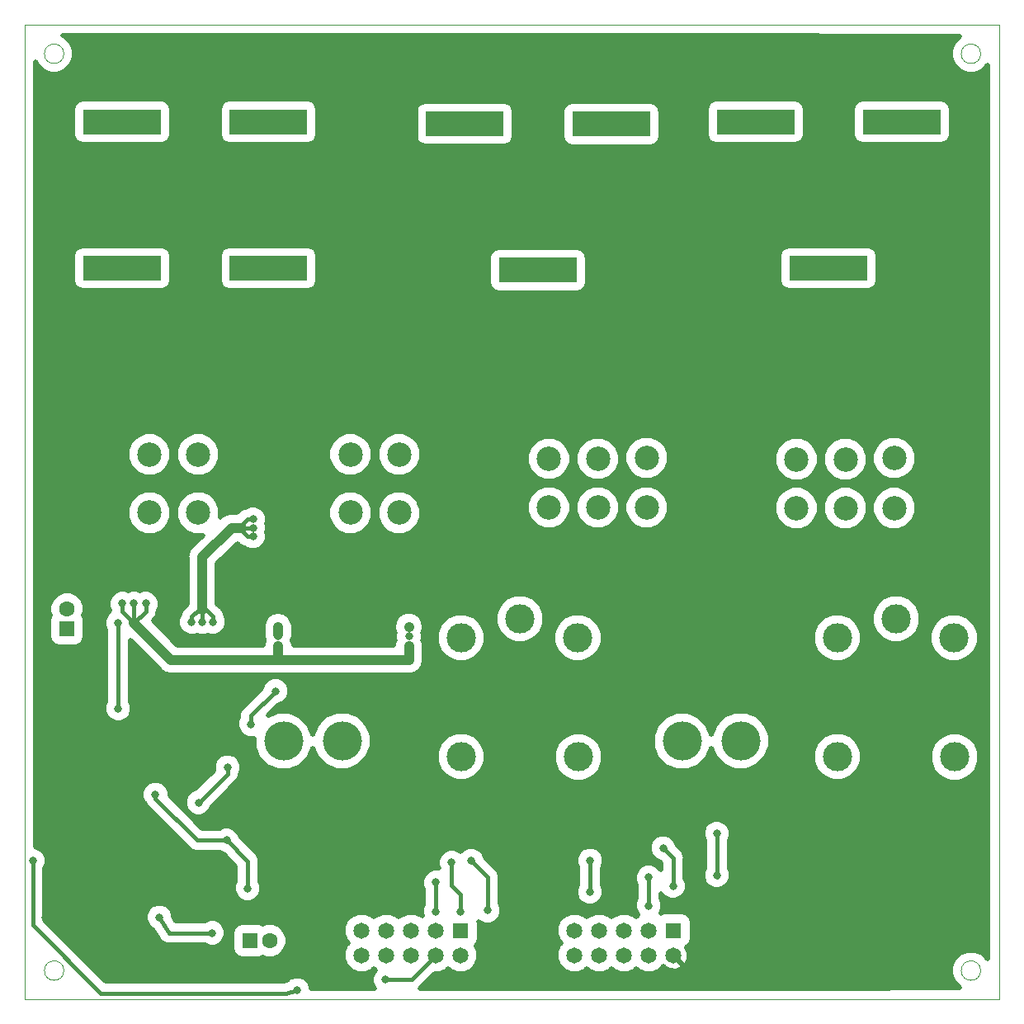
<source format=gbr>
%TF.GenerationSoftware,KiCad,Pcbnew,(5.0.0)*%
%TF.CreationDate,2020-03-24T12:13:02+01:00*%
%TF.ProjectId,Schaltplan_Modul3,536368616C74706C616E5F4D6F64756C,rev?*%
%TF.SameCoordinates,Original*%
%TF.FileFunction,Copper,L2,Bot,Signal*%
%TF.FilePolarity,Positive*%
%FSLAX46Y46*%
G04 Gerber Fmt 4.6, Leading zero omitted, Abs format (unit mm)*
G04 Created by KiCad (PCBNEW (5.0.0)) date 03/24/20 12:13:02*
%MOMM*%
%LPD*%
G01*
G04 APERTURE LIST*
%TA.AperFunction,NonConductor*%
%ADD10C,0.100000*%
%TD*%
%TA.AperFunction,ComponentPad*%
%ADD11C,2.500000*%
%TD*%
%TA.AperFunction,ComponentPad*%
%ADD12R,8.000000X2.500000*%
%TD*%
%TA.AperFunction,ComponentPad*%
%ADD13R,1.650000X1.650000*%
%TD*%
%TA.AperFunction,ComponentPad*%
%ADD14C,1.650000*%
%TD*%
%TA.AperFunction,ComponentPad*%
%ADD15C,3.000000*%
%TD*%
%TA.AperFunction,ComponentPad*%
%ADD16C,4.000000*%
%TD*%
%TA.AperFunction,ComponentPad*%
%ADD17C,1.600000*%
%TD*%
%TA.AperFunction,ComponentPad*%
%ADD18R,1.600000X1.600000*%
%TD*%
%TA.AperFunction,ViaPad*%
%ADD19C,0.800000*%
%TD*%
%TA.AperFunction,Conductor*%
%ADD20C,0.400000*%
%TD*%
%TA.AperFunction,Conductor*%
%ADD21C,0.600000*%
%TD*%
%TA.AperFunction,Conductor*%
%ADD22C,1.000000*%
%TD*%
%TA.AperFunction,Conductor*%
%ADD23C,0.500000*%
%TD*%
G04 APERTURE END LIST*
D10*
X94856000Y-142720000D02*
G75*
G03X94856000Y-142720000I-1000000J0D01*
G01*
X188932000Y-142720000D02*
G75*
G03X188932000Y-142720000I-1000000J0D01*
G01*
X188932000Y-48644000D02*
G75*
G03X188932000Y-48644000I-1000000J0D01*
G01*
X94856000Y-48644000D02*
G75*
G03X94856000Y-48644000I-1000000J0D01*
G01*
X190856000Y-45644000D02*
X190856000Y-145644000D01*
X90856000Y-45644000D02*
X90856000Y-145644000D01*
X90856000Y-145644000D02*
X190856000Y-145644000D01*
X90856000Y-45644000D02*
X190856000Y-45644000D01*
D11*
%TO.P,J6,3*%
%TO.N,Net-(J6-Pad3)*%
X144646000Y-95194000D03*
X144646000Y-90194000D03*
%TO.P,J6,2*%
%TO.N,Net-(J6-Pad2)*%
X149646000Y-95194000D03*
%TO.P,J6,1*%
%TO.N,Net-(J6-Pad1)*%
X154646000Y-95194000D03*
%TO.P,J6,2*%
%TO.N,Net-(J6-Pad2)*%
X149646000Y-90194000D03*
%TO.P,J6,1*%
%TO.N,Net-(J6-Pad1)*%
X154646000Y-90094000D03*
%TD*%
%TO.P,J1,1*%
%TO.N,Net-(C11-Pad2)*%
X129256000Y-89744000D03*
%TO.P,J1,2*%
%TO.N,Net-(C12-Pad2)*%
X124256000Y-89744000D03*
%TO.P,J1,1*%
%TO.N,Net-(C11-Pad2)*%
X129256000Y-95744000D03*
%TO.P,J1,2*%
%TO.N,Net-(C12-Pad2)*%
X124256000Y-95744000D03*
%TD*%
D12*
%TO.P,TP2,1*%
%TO.N,Net-(C12-Pad2)*%
X115856000Y-70644000D03*
%TD*%
%TO.P,TP6,1*%
%TO.N,GNDS*%
X100856000Y-70644000D03*
%TD*%
%TO.P,TP10,1*%
%TO.N,Net-(J6-Pad1)*%
X151019600Y-55847200D03*
%TD*%
%TO.P,TP7,1*%
%TO.N,+12V*%
X100856000Y-55644000D03*
%TD*%
%TO.P,TP3,1*%
%TO.N,Net-(J4-Pad3)*%
X173330400Y-70644000D03*
%TD*%
%TO.P,TP5,1*%
%TO.N,Net-(J4-Pad1)*%
X180830400Y-55644000D03*
%TD*%
%TO.P,TP8,1*%
%TO.N,Net-(J6-Pad3)*%
X143503200Y-70829400D03*
%TD*%
%TO.P,TP1,1*%
%TO.N,Net-(C11-Pad2)*%
X115856000Y-55644000D03*
%TD*%
%TO.P,TP9,1*%
%TO.N,Net-(J6-Pad2)*%
X136003200Y-55829400D03*
%TD*%
D11*
%TO.P,J4,3*%
%TO.N,Net-(J4-Pad3)*%
X170046000Y-95244000D03*
X170046000Y-90244000D03*
%TO.P,J4,2*%
%TO.N,Net-(J4-Pad2)*%
X175046000Y-95244000D03*
%TO.P,J4,1*%
%TO.N,Net-(J4-Pad1)*%
X180046000Y-95244000D03*
%TO.P,J4,2*%
%TO.N,Net-(J4-Pad2)*%
X175046000Y-90244000D03*
%TO.P,J4,1*%
%TO.N,Net-(J4-Pad1)*%
X180046000Y-90144000D03*
%TD*%
D13*
%TO.P,J2,1*%
%TO.N,+3V3*%
X157404000Y-138608000D03*
D14*
%TO.P,J2,2*%
%TO.N,GND*%
X157404000Y-141148000D03*
%TO.P,J2,3*%
%TO.N,+5V*%
X154864000Y-138608000D03*
%TO.P,J2,4*%
%TO.N,/VSPI_CLK*%
X154864000Y-141148000D03*
%TO.P,J2,5*%
%TO.N,/SCL*%
X152324000Y-138608000D03*
%TO.P,J2,6*%
%TO.N,/VSPI_MOSI*%
X152324000Y-141148000D03*
%TO.P,J2,7*%
%TO.N,/SDA*%
X149784000Y-138608000D03*
%TO.P,J2,8*%
%TO.N,/VSPI_MISO*%
X149784000Y-141148000D03*
%TO.P,J2,9*%
%TO.N,Net-(J2-Pad9)*%
X147244000Y-138608000D03*
%TO.P,J2,10*%
%TO.N,/VSPI_CS*%
X147244000Y-141148000D03*
%TD*%
D11*
%TO.P,J5,1*%
%TO.N,+12V*%
X108646000Y-89744000D03*
%TO.P,J5,2*%
%TO.N,GNDS*%
X103646000Y-89744000D03*
%TO.P,J5,1*%
%TO.N,+12V*%
X108646000Y-95744000D03*
%TO.P,J5,2*%
%TO.N,GNDS*%
X103646000Y-95744000D03*
%TD*%
D12*
%TO.P,TP4,1*%
%TO.N,Net-(J4-Pad2)*%
X165830400Y-55644000D03*
%TD*%
D15*
%TO.P,K2,1*%
%TO.N,Net-(J6-Pad3)*%
X141656000Y-106604000D03*
%TO.P,K2,5*%
%TO.N,+5V*%
X147606000Y-108554000D03*
%TO.P,K2,4*%
%TO.N,Net-(J6-Pad1)*%
X147656000Y-120804000D03*
%TO.P,K2,3*%
%TO.N,Net-(J6-Pad2)*%
X135606000Y-120754000D03*
%TO.P,K2,2*%
%TO.N,Net-(D4-Pad2)*%
X135606000Y-108554000D03*
%TD*%
%TO.P,K1,1*%
%TO.N,Net-(J4-Pad3)*%
X180264000Y-106604000D03*
%TO.P,K1,5*%
%TO.N,+5V*%
X186214000Y-108554000D03*
%TO.P,K1,4*%
%TO.N,Net-(J4-Pad1)*%
X186264000Y-120804000D03*
%TO.P,K1,3*%
%TO.N,Net-(J4-Pad2)*%
X174214000Y-120754000D03*
%TO.P,K1,2*%
%TO.N,Net-(D3-Pad2)*%
X174214000Y-108554000D03*
%TD*%
D16*
%TO.P,SW2,1*%
%TO.N,+3V3*%
X158297666Y-119191001D03*
%TO.P,SW2,2*%
%TO.N,/IO32*%
X164297666Y-119151001D03*
%TD*%
D13*
%TO.P,J3,1*%
%TO.N,/IO2*%
X135560000Y-138608000D03*
D14*
%TO.P,J3,2*%
%TO.N,/IO4*%
X135560000Y-141148000D03*
%TO.P,J3,3*%
%TO.N,/IO13*%
X133020000Y-138608000D03*
%TO.P,J3,4*%
%TO.N,/IO16*%
X133020000Y-141148000D03*
%TO.P,J3,5*%
%TO.N,/IO32*%
X130480000Y-138608000D03*
%TO.P,J3,6*%
%TO.N,/IO17*%
X130480000Y-141148000D03*
%TO.P,J3,7*%
%TO.N,N/C*%
X127940000Y-138608000D03*
%TO.P,J3,8*%
X127940000Y-141148000D03*
%TO.P,J3,9*%
X125400000Y-138608000D03*
%TO.P,J3,10*%
X125400000Y-141148000D03*
%TD*%
D17*
%TO.P,C13,2*%
%TO.N,GNDS*%
X115970000Y-139644000D03*
D18*
%TO.P,C13,1*%
%TO.N,+12V*%
X113970000Y-139644000D03*
%TD*%
D17*
%TO.P,C14,2*%
%TO.N,GNDS*%
X95174000Y-105620000D03*
D18*
%TO.P,C14,1*%
%TO.N,+12V*%
X95174000Y-107620000D03*
%TD*%
D16*
%TO.P,SW1,1*%
%TO.N,+3V3*%
X117414333Y-119191001D03*
%TO.P,SW1,2*%
%TO.N,/IO2*%
X123414333Y-119151001D03*
%TD*%
D19*
%TO.N,GND*%
X164516000Y-127432000D03*
X158420000Y-127432000D03*
X123368000Y-127432000D03*
X117272000Y-127432000D03*
X134544000Y-127432000D03*
X140656000Y-130972000D03*
X180788000Y-130972000D03*
X174676000Y-127432000D03*
X92634000Y-122860000D03*
X94920000Y-126670000D03*
X92926500Y-137244000D03*
%TO.N,/IO17*%
X91656000Y-131444000D03*
X118796000Y-144704000D03*
%TO.N,/IO4*%
X136656000Y-131444000D03*
X138356000Y-136554000D03*
%TO.N,/IO2*%
X135560000Y-136644000D03*
X134656000Y-131644000D03*
%TO.N,/IO32*%
X161856000Y-132944000D03*
X161856000Y-128644000D03*
%TO.N,+5V*%
X148856000Y-131424000D03*
X148836000Y-134644000D03*
X154864000Y-136052000D03*
X154856000Y-133144000D03*
%TO.N,/IO13*%
X133046000Y-133654000D03*
X133020000Y-136664000D03*
%TO.N,/IO16*%
X127856000Y-143644000D03*
%TO.N,+3V3*%
X157356000Y-134044000D03*
X156356000Y-130144000D03*
%TO.N,+12V*%
X111556000Y-129344000D03*
X100429500Y-107017500D03*
X104256000Y-124644000D03*
X110056000Y-138844000D03*
X104656000Y-137244000D03*
X113716000Y-134290000D03*
X100429500Y-115844000D03*
%TO.N,GNDS*%
X111656000Y-121844000D03*
X100856000Y-105044000D03*
X102056000Y-105044000D03*
X103256000Y-105044000D03*
X116856000Y-107444000D03*
X116856000Y-108444000D03*
X116856000Y-109444000D03*
X130256000Y-107444000D03*
X130256000Y-108444000D03*
X130256000Y-109444000D03*
X108681000Y-125469000D03*
%TO.N,Net-(C12-Pad2)*%
X110156000Y-106944000D03*
X109056000Y-106944000D03*
X107986000Y-106954000D03*
X114256000Y-96394000D03*
X114256000Y-97284000D03*
X114256000Y-98164000D03*
%TO.N,Net-(C11-Pad2)*%
X114056000Y-117444000D03*
X116581000Y-114044000D03*
%TD*%
D20*
%TO.N,/IO17*%
X117621685Y-145044000D02*
X98656000Y-145044000D01*
X91656000Y-138044000D02*
X91656000Y-137844000D01*
X91656000Y-131444000D02*
X91656000Y-137844000D01*
X98656000Y-145044000D02*
X91656000Y-138044000D01*
X117621685Y-145044000D02*
X118796000Y-144704000D01*
%TO.N,/IO4*%
X138356000Y-136154000D02*
X138356000Y-136554000D01*
X136656000Y-131444000D02*
X138356000Y-133144000D01*
X138356000Y-133144000D02*
X138356000Y-136154000D01*
%TO.N,/IO2*%
X134656000Y-131644000D02*
X134656000Y-131644000D01*
X135560000Y-136244000D02*
X135560000Y-136644000D01*
X135560000Y-134878315D02*
X135560000Y-136244000D01*
X134656000Y-131644000D02*
X134656000Y-133974315D01*
X134656000Y-133974315D02*
X135560000Y-134878315D01*
%TO.N,/IO32*%
X161856000Y-133144000D02*
X161856000Y-128644000D01*
%TO.N,+5V*%
X148836000Y-131444000D02*
X148856000Y-131424000D01*
X148836000Y-134644000D02*
X148836000Y-131444000D01*
X154864000Y-133152000D02*
X154856000Y-133144000D01*
X154864000Y-136052000D02*
X154864000Y-133152000D01*
%TO.N,/IO13*%
X133020000Y-133680000D02*
X133046000Y-133654000D01*
X133020000Y-135664000D02*
X133020000Y-133680000D01*
X133020000Y-135664000D02*
X133020000Y-136664000D01*
%TO.N,/IO16*%
X133020000Y-141148000D02*
X130524000Y-143644000D01*
X130524000Y-143644000D02*
X127856000Y-143644000D01*
X127856000Y-143644000D02*
X127856000Y-143644000D01*
%TO.N,+3V3*%
X157356000Y-131144000D02*
X156356000Y-130144000D01*
X157356000Y-133144000D02*
X157356000Y-131144000D01*
X157356000Y-133144000D02*
X157356000Y-134044000D01*
%TO.N,+12V*%
X111556000Y-129344000D02*
X108556000Y-129344000D01*
X108556000Y-129344000D02*
X104256000Y-125044000D01*
X104256000Y-125044000D02*
X104256000Y-125044000D01*
X100429500Y-107017500D02*
X100429500Y-115844000D01*
X104256000Y-125044000D02*
X104256000Y-124644000D01*
X110056000Y-138844000D02*
X105656000Y-138844000D01*
X105656000Y-138844000D02*
X104656000Y-137244000D01*
X113716000Y-131504000D02*
X111556000Y-129344000D01*
X113716000Y-134290000D02*
X113716000Y-131504000D01*
D21*
%TO.N,GNDS*%
X103606000Y-70644000D02*
X100856000Y-70644000D01*
D20*
X102056000Y-105044000D02*
X102056000Y-107044000D01*
D22*
X102056000Y-107044000D02*
X105856000Y-110844000D01*
D20*
X100856000Y-105844000D02*
X102056000Y-107044000D01*
X100856000Y-105044000D02*
X100856000Y-105844000D01*
X103256000Y-105844000D02*
X102056000Y-107044000D01*
X103256000Y-105044000D02*
X103256000Y-105844000D01*
D22*
X116856000Y-110844000D02*
X116856000Y-109444000D01*
X116856000Y-110844000D02*
X128056000Y-110844000D01*
X105856000Y-110844000D02*
X116856000Y-110844000D01*
X116856000Y-108244000D02*
X116856000Y-107444000D01*
D20*
X116856000Y-108044000D02*
X116856000Y-107444000D01*
X116856000Y-107444000D02*
X116856000Y-108044000D01*
X116856000Y-108444000D02*
X116856000Y-108244000D01*
D22*
X128056000Y-110844000D02*
X130256000Y-110844000D01*
X130256000Y-110844000D02*
X130256000Y-109444000D01*
X130256000Y-107444000D02*
X130256000Y-107444000D01*
D20*
X109106000Y-125044000D02*
X108681000Y-125469000D01*
X109134685Y-125044000D02*
X109106000Y-125044000D01*
X111656000Y-121844000D02*
X111656000Y-122522685D01*
X111656000Y-122522685D02*
X109134685Y-125044000D01*
%TO.N,Net-(C12-Pad2)*%
X109056000Y-106378315D02*
X109056000Y-106944000D01*
D22*
X112066000Y-97284000D02*
X109056000Y-100294000D01*
D20*
X109471685Y-105694000D02*
X109056000Y-105694000D01*
X110156000Y-106378315D02*
X109471685Y-105694000D01*
X110156000Y-106944000D02*
X110156000Y-106378315D01*
D22*
X109056000Y-100294000D02*
X109056000Y-105694000D01*
D20*
X109056000Y-105694000D02*
X109056000Y-106378315D01*
X108680315Y-105694000D02*
X109471685Y-105694000D01*
X107986000Y-106388315D02*
X108680315Y-105694000D01*
X107986000Y-106954000D02*
X107986000Y-106388315D01*
X113076000Y-97549685D02*
X113076000Y-97284000D01*
X113690315Y-98164000D02*
X113076000Y-97549685D01*
X114256000Y-98164000D02*
X113690315Y-98164000D01*
X114256000Y-97284000D02*
X113076000Y-97284000D01*
D22*
X113076000Y-97284000D02*
X112066000Y-97284000D01*
D20*
X113076000Y-97008315D02*
X113076000Y-97549685D01*
X113690315Y-96394000D02*
X113076000Y-97008315D01*
X114256000Y-96394000D02*
X113690315Y-96394000D01*
D21*
%TO.N,Net-(C11-Pad2)*%
X118606000Y-55644000D02*
X115856000Y-55644000D01*
D20*
X114056000Y-117444000D02*
X114056000Y-117044000D01*
X114056000Y-116569000D02*
X114056000Y-117444000D01*
X116581000Y-114044000D02*
X114056000Y-116569000D01*
D21*
%TO.N,Net-(J6-Pad2)*%
X138753200Y-55829400D02*
X136003200Y-55829400D01*
%TD*%
D23*
%TO.N,GND*%
G36*
X186742088Y-46893387D02*
X186169284Y-47466191D01*
X185852735Y-48230409D01*
X185852735Y-49057591D01*
X186169284Y-49821809D01*
X186754191Y-50406716D01*
X187518409Y-50723265D01*
X188345591Y-50723265D01*
X189109809Y-50406716D01*
X189666000Y-49850525D01*
X189666000Y-141513475D01*
X189109809Y-140957284D01*
X188345591Y-140640735D01*
X187518409Y-140640735D01*
X186754191Y-140957284D01*
X186169284Y-141542191D01*
X185852735Y-142306409D01*
X185852735Y-143133591D01*
X186169284Y-143897809D01*
X186741833Y-144470358D01*
X172455301Y-144544000D01*
X131426000Y-144544000D01*
X131494936Y-144440830D01*
X132912767Y-143023000D01*
X133392961Y-143023000D01*
X134082102Y-142737548D01*
X134290000Y-142529650D01*
X134497898Y-142737548D01*
X135187039Y-143023000D01*
X135932961Y-143023000D01*
X136622102Y-142737548D01*
X137149548Y-142210102D01*
X137435000Y-141520961D01*
X137435000Y-140775039D01*
X137173283Y-140143199D01*
X137374078Y-139842689D01*
X137455570Y-139433000D01*
X137455570Y-138235039D01*
X145369000Y-138235039D01*
X145369000Y-138980961D01*
X145654452Y-139670102D01*
X145862350Y-139878000D01*
X145654452Y-140085898D01*
X145369000Y-140775039D01*
X145369000Y-141520961D01*
X145654452Y-142210102D01*
X146181898Y-142737548D01*
X146871039Y-143023000D01*
X147616961Y-143023000D01*
X148306102Y-142737548D01*
X148514000Y-142529650D01*
X148721898Y-142737548D01*
X149411039Y-143023000D01*
X150156961Y-143023000D01*
X150846102Y-142737548D01*
X151054000Y-142529650D01*
X151261898Y-142737548D01*
X151951039Y-143023000D01*
X152696961Y-143023000D01*
X153386102Y-142737548D01*
X153594000Y-142529650D01*
X153801898Y-142737548D01*
X154491039Y-143023000D01*
X155236961Y-143023000D01*
X155926102Y-142737548D01*
X156417066Y-142246584D01*
X156458546Y-142456111D01*
X157031107Y-142718346D01*
X157660437Y-142741511D01*
X158250728Y-142522078D01*
X158349454Y-142456111D01*
X158408450Y-142158107D01*
X157404000Y-141153657D01*
X157389858Y-141167799D01*
X157384201Y-141162142D01*
X157398343Y-141148000D01*
X157384201Y-141133858D01*
X157389858Y-141128201D01*
X157404000Y-141142343D01*
X157418142Y-141128201D01*
X157423799Y-141133858D01*
X157409657Y-141148000D01*
X158414107Y-142152450D01*
X158712111Y-142093454D01*
X158974346Y-141520893D01*
X158997511Y-140891563D01*
X158786317Y-140323436D01*
X158986007Y-140190007D01*
X159218078Y-139842689D01*
X159299570Y-139433000D01*
X159299570Y-137783000D01*
X159218078Y-137373311D01*
X158986007Y-137025993D01*
X158638689Y-136793922D01*
X158229000Y-136712430D01*
X156579000Y-136712430D01*
X156169311Y-136793922D01*
X156109638Y-136833794D01*
X156314000Y-136340423D01*
X156314000Y-135763577D01*
X156114000Y-135280736D01*
X156114000Y-134834578D01*
X156126750Y-134865359D01*
X156534641Y-135273250D01*
X157067577Y-135494000D01*
X157644423Y-135494000D01*
X158177359Y-135273250D01*
X158585250Y-134865359D01*
X158806000Y-134332423D01*
X158806000Y-133755577D01*
X158606000Y-133272736D01*
X158606000Y-131267109D01*
X158630488Y-131144000D01*
X158533473Y-130656274D01*
X158372091Y-130414750D01*
X158257199Y-130242801D01*
X158152830Y-130173064D01*
X157785251Y-129805485D01*
X157585250Y-129322641D01*
X157177359Y-128914750D01*
X156644423Y-128694000D01*
X156067577Y-128694000D01*
X155534641Y-128914750D01*
X155126750Y-129322641D01*
X154906000Y-129855577D01*
X154906000Y-130432423D01*
X155126750Y-130965359D01*
X155534641Y-131373250D01*
X156017485Y-131573251D01*
X156106001Y-131661767D01*
X156106000Y-132372737D01*
X156085250Y-132322641D01*
X155677359Y-131914750D01*
X155144423Y-131694000D01*
X154567577Y-131694000D01*
X154034641Y-131914750D01*
X153626750Y-132322641D01*
X153406000Y-132855577D01*
X153406000Y-133432423D01*
X153614001Y-133934580D01*
X153614000Y-135280735D01*
X153414000Y-135763577D01*
X153414000Y-136340423D01*
X153634750Y-136873359D01*
X153790871Y-137029480D01*
X153594000Y-137226350D01*
X153386102Y-137018452D01*
X152696961Y-136733000D01*
X151951039Y-136733000D01*
X151261898Y-137018452D01*
X151054000Y-137226350D01*
X150846102Y-137018452D01*
X150156961Y-136733000D01*
X149411039Y-136733000D01*
X148721898Y-137018452D01*
X148514000Y-137226350D01*
X148306102Y-137018452D01*
X147616961Y-136733000D01*
X146871039Y-136733000D01*
X146181898Y-137018452D01*
X145654452Y-137545898D01*
X145369000Y-138235039D01*
X137455570Y-138235039D01*
X137455570Y-137783000D01*
X137435999Y-137684608D01*
X137534641Y-137783250D01*
X138067577Y-138004000D01*
X138644423Y-138004000D01*
X139177359Y-137783250D01*
X139585250Y-137375359D01*
X139806000Y-136842423D01*
X139806000Y-136265577D01*
X139606000Y-135782736D01*
X139606000Y-134355577D01*
X147386000Y-134355577D01*
X147386000Y-134932423D01*
X147606750Y-135465359D01*
X148014641Y-135873250D01*
X148547577Y-136094000D01*
X149124423Y-136094000D01*
X149657359Y-135873250D01*
X150065250Y-135465359D01*
X150286000Y-134932423D01*
X150286000Y-134355577D01*
X150086000Y-133872736D01*
X150086000Y-132243548D01*
X150306000Y-131712423D01*
X150306000Y-131135577D01*
X150085250Y-130602641D01*
X149677359Y-130194750D01*
X149144423Y-129974000D01*
X148567577Y-129974000D01*
X148034641Y-130194750D01*
X147626750Y-130602641D01*
X147406000Y-131135577D01*
X147406000Y-131712423D01*
X147586001Y-132146982D01*
X147586000Y-133872735D01*
X147386000Y-134355577D01*
X139606000Y-134355577D01*
X139606000Y-133267103D01*
X139630487Y-133143999D01*
X139606000Y-133020895D01*
X139606000Y-133020891D01*
X139533473Y-132656275D01*
X139257199Y-132242801D01*
X139152833Y-132173066D01*
X138085251Y-131105485D01*
X137885250Y-130622641D01*
X137477359Y-130214750D01*
X136944423Y-129994000D01*
X136367577Y-129994000D01*
X135834641Y-130214750D01*
X135556000Y-130493391D01*
X135477359Y-130414750D01*
X134944423Y-130194000D01*
X134367577Y-130194000D01*
X133834641Y-130414750D01*
X133426750Y-130822641D01*
X133206000Y-131355577D01*
X133206000Y-131932423D01*
X133318491Y-132204000D01*
X132757577Y-132204000D01*
X132224641Y-132424750D01*
X131816750Y-132832641D01*
X131596000Y-133365577D01*
X131596000Y-133942423D01*
X131770001Y-134362496D01*
X131770000Y-135540891D01*
X131770000Y-135892736D01*
X131570000Y-136375577D01*
X131570000Y-136952423D01*
X131636417Y-137112767D01*
X131542102Y-137018452D01*
X130852961Y-136733000D01*
X130107039Y-136733000D01*
X129417898Y-137018452D01*
X129210000Y-137226350D01*
X129002102Y-137018452D01*
X128312961Y-136733000D01*
X127567039Y-136733000D01*
X126877898Y-137018452D01*
X126670000Y-137226350D01*
X126462102Y-137018452D01*
X125772961Y-136733000D01*
X125027039Y-136733000D01*
X124337898Y-137018452D01*
X123810452Y-137545898D01*
X123525000Y-138235039D01*
X123525000Y-138980961D01*
X123810452Y-139670102D01*
X124018350Y-139878000D01*
X123810452Y-140085898D01*
X123525000Y-140775039D01*
X123525000Y-141520961D01*
X123810452Y-142210102D01*
X124337898Y-142737548D01*
X125027039Y-143023000D01*
X125772961Y-143023000D01*
X126462102Y-142737548D01*
X126670000Y-142529650D01*
X126794871Y-142654521D01*
X126626750Y-142822641D01*
X126406000Y-143355577D01*
X126406000Y-143932423D01*
X126626750Y-144465359D01*
X126705391Y-144544000D01*
X120246000Y-144544000D01*
X120246000Y-144415577D01*
X120025250Y-143882641D01*
X119617359Y-143474750D01*
X119084423Y-143254000D01*
X118507577Y-143254000D01*
X117974641Y-143474750D01*
X117741385Y-143708006D01*
X117444372Y-143794000D01*
X99173767Y-143794000D01*
X92906000Y-137526234D01*
X92906000Y-136955577D01*
X103206000Y-136955577D01*
X103206000Y-137532423D01*
X103426750Y-138065359D01*
X103834641Y-138473250D01*
X103990597Y-138537849D01*
X104474680Y-139312383D01*
X104478527Y-139331725D01*
X104606064Y-139522598D01*
X104661249Y-139610894D01*
X104674403Y-139624874D01*
X104754801Y-139745199D01*
X104843170Y-139804245D01*
X104915998Y-139881649D01*
X105047948Y-139941073D01*
X105168275Y-140021473D01*
X105272514Y-140042208D01*
X105369419Y-140085849D01*
X105514061Y-140090254D01*
X105532891Y-140094000D01*
X105637036Y-140094000D01*
X105866469Y-140100988D01*
X105884908Y-140094000D01*
X109284736Y-140094000D01*
X109767577Y-140294000D01*
X110344423Y-140294000D01*
X110877359Y-140073250D01*
X111285250Y-139665359D01*
X111506000Y-139132423D01*
X111506000Y-138844000D01*
X112099430Y-138844000D01*
X112099430Y-140444000D01*
X112180922Y-140853689D01*
X112412993Y-141201007D01*
X112760311Y-141433078D01*
X113170000Y-141514570D01*
X114770000Y-141514570D01*
X115179689Y-141433078D01*
X115285020Y-141362698D01*
X115602012Y-141494000D01*
X116337988Y-141494000D01*
X117017941Y-141212355D01*
X117538355Y-140691941D01*
X117820000Y-140011988D01*
X117820000Y-139276012D01*
X117538355Y-138596059D01*
X117017941Y-138075645D01*
X116337988Y-137794000D01*
X115602012Y-137794000D01*
X115285020Y-137925302D01*
X115179689Y-137854922D01*
X114770000Y-137773430D01*
X113170000Y-137773430D01*
X112760311Y-137854922D01*
X112412993Y-138086993D01*
X112180922Y-138434311D01*
X112099430Y-138844000D01*
X111506000Y-138844000D01*
X111506000Y-138555577D01*
X111285250Y-138022641D01*
X110877359Y-137614750D01*
X110344423Y-137394000D01*
X109767577Y-137394000D01*
X109284736Y-137594000D01*
X106348809Y-137594000D01*
X106106000Y-137205506D01*
X106106000Y-136955577D01*
X105885250Y-136422641D01*
X105477359Y-136014750D01*
X104944423Y-135794000D01*
X104367577Y-135794000D01*
X103834641Y-136014750D01*
X103426750Y-136422641D01*
X103206000Y-136955577D01*
X92906000Y-136955577D01*
X92906000Y-132215264D01*
X93106000Y-131732423D01*
X93106000Y-131155577D01*
X92885250Y-130622641D01*
X92477359Y-130214750D01*
X91956000Y-129998795D01*
X91956000Y-124355577D01*
X102806000Y-124355577D01*
X102806000Y-124932423D01*
X103026750Y-125465359D01*
X103074904Y-125513513D01*
X103078527Y-125531725D01*
X103285065Y-125840832D01*
X103354801Y-125945199D01*
X103459170Y-126014936D01*
X107585065Y-130140832D01*
X107654801Y-130245199D01*
X108068275Y-130521473D01*
X108432891Y-130594000D01*
X108432895Y-130594000D01*
X108555999Y-130618487D01*
X108679103Y-130594000D01*
X110784736Y-130594000D01*
X111217485Y-130773251D01*
X112466001Y-132021768D01*
X112466000Y-133518735D01*
X112266000Y-134001577D01*
X112266000Y-134578423D01*
X112486750Y-135111359D01*
X112894641Y-135519250D01*
X113427577Y-135740000D01*
X114004423Y-135740000D01*
X114537359Y-135519250D01*
X114945250Y-135111359D01*
X115166000Y-134578423D01*
X115166000Y-134001577D01*
X114966000Y-133518736D01*
X114966000Y-131627103D01*
X114990487Y-131503999D01*
X114966000Y-131380895D01*
X114966000Y-131380891D01*
X114893473Y-131016275D01*
X114617199Y-130602801D01*
X114512833Y-130533066D01*
X112985251Y-129005485D01*
X112785250Y-128522641D01*
X112618186Y-128355577D01*
X160406000Y-128355577D01*
X160406000Y-128932423D01*
X160606001Y-129415266D01*
X160606000Y-132172735D01*
X160406000Y-132655577D01*
X160406000Y-133232423D01*
X160626750Y-133765359D01*
X161034641Y-134173250D01*
X161328793Y-134295092D01*
X161368275Y-134321473D01*
X161414846Y-134330737D01*
X161567577Y-134394000D01*
X161732891Y-134394000D01*
X161856000Y-134418488D01*
X161979109Y-134394000D01*
X162144423Y-134394000D01*
X162297155Y-134330736D01*
X162343724Y-134321473D01*
X162383204Y-134295093D01*
X162677359Y-134173250D01*
X163085250Y-133765359D01*
X163306000Y-133232423D01*
X163306000Y-132655577D01*
X163106000Y-132172736D01*
X163106000Y-129415264D01*
X163306000Y-128932423D01*
X163306000Y-128355577D01*
X163085250Y-127822641D01*
X162677359Y-127414750D01*
X162144423Y-127194000D01*
X161567577Y-127194000D01*
X161034641Y-127414750D01*
X160626750Y-127822641D01*
X160406000Y-128355577D01*
X112618186Y-128355577D01*
X112377359Y-128114750D01*
X111844423Y-127894000D01*
X111267577Y-127894000D01*
X110784736Y-128094000D01*
X109073767Y-128094000D01*
X106160344Y-125180577D01*
X107231000Y-125180577D01*
X107231000Y-125757423D01*
X107451750Y-126290359D01*
X107859641Y-126698250D01*
X108392577Y-126919000D01*
X108969423Y-126919000D01*
X109502359Y-126698250D01*
X109910250Y-126290359D01*
X110081496Y-125876935D01*
X110105621Y-125840830D01*
X112452833Y-123493619D01*
X112557199Y-123423884D01*
X112833473Y-123010410D01*
X112906000Y-122645793D01*
X112906000Y-122645789D01*
X112917681Y-122587063D01*
X113106000Y-122132423D01*
X113106000Y-121555577D01*
X112885250Y-121022641D01*
X112477359Y-120614750D01*
X111944423Y-120394000D01*
X111367577Y-120394000D01*
X110834641Y-120614750D01*
X110426750Y-121022641D01*
X110206000Y-121555577D01*
X110206000Y-122132423D01*
X110227233Y-122183685D01*
X108395617Y-124015302D01*
X108386014Y-124021718D01*
X107859641Y-124239750D01*
X107451750Y-124647641D01*
X107231000Y-125180577D01*
X106160344Y-125180577D01*
X105706000Y-124726234D01*
X105706000Y-124355577D01*
X105485250Y-123822641D01*
X105077359Y-123414750D01*
X104544423Y-123194000D01*
X103967577Y-123194000D01*
X103434641Y-123414750D01*
X103026750Y-123822641D01*
X102806000Y-124355577D01*
X91956000Y-124355577D01*
X91956000Y-106820000D01*
X93303430Y-106820000D01*
X93303430Y-108420000D01*
X93384922Y-108829689D01*
X93616993Y-109177007D01*
X93964311Y-109409078D01*
X94374000Y-109490570D01*
X95974000Y-109490570D01*
X96383689Y-109409078D01*
X96731007Y-109177007D01*
X96963078Y-108829689D01*
X97044570Y-108420000D01*
X97044570Y-106820000D01*
X97026485Y-106729077D01*
X98979500Y-106729077D01*
X98979500Y-107305923D01*
X99179500Y-107788764D01*
X99179501Y-115072734D01*
X98979500Y-115555577D01*
X98979500Y-116132423D01*
X99200250Y-116665359D01*
X99608141Y-117073250D01*
X100141077Y-117294000D01*
X100717923Y-117294000D01*
X101052104Y-117155577D01*
X112606000Y-117155577D01*
X112606000Y-117732423D01*
X112826750Y-118265359D01*
X113234641Y-118673250D01*
X113767577Y-118894000D01*
X114344423Y-118894000D01*
X114364333Y-118885753D01*
X114364333Y-119797684D01*
X114828668Y-120918687D01*
X115686647Y-121776666D01*
X116807650Y-122241001D01*
X118021016Y-122241001D01*
X119142019Y-121776666D01*
X119999998Y-120918687D01*
X120422617Y-119898395D01*
X120828668Y-120878687D01*
X121686647Y-121736666D01*
X122807650Y-122201001D01*
X124021016Y-122201001D01*
X125142019Y-121736666D01*
X125999998Y-120878687D01*
X126261745Y-120246774D01*
X133056000Y-120246774D01*
X133056000Y-121261226D01*
X133444215Y-122198459D01*
X134161541Y-122915785D01*
X135098774Y-123304000D01*
X136113226Y-123304000D01*
X137050459Y-122915785D01*
X137767785Y-122198459D01*
X138156000Y-121261226D01*
X138156000Y-120296774D01*
X145106000Y-120296774D01*
X145106000Y-121311226D01*
X145494215Y-122248459D01*
X146211541Y-122965785D01*
X147148774Y-123354000D01*
X148163226Y-123354000D01*
X149100459Y-122965785D01*
X149817785Y-122248459D01*
X150206000Y-121311226D01*
X150206000Y-120296774D01*
X149817785Y-119359541D01*
X149100459Y-118642215D01*
X148960684Y-118584318D01*
X155247666Y-118584318D01*
X155247666Y-119797684D01*
X155712001Y-120918687D01*
X156569980Y-121776666D01*
X157690983Y-122241001D01*
X158904349Y-122241001D01*
X160025352Y-121776666D01*
X160883331Y-120918687D01*
X161305950Y-119898395D01*
X161712001Y-120878687D01*
X162569980Y-121736666D01*
X163690983Y-122201001D01*
X164904349Y-122201001D01*
X166025352Y-121736666D01*
X166883331Y-120878687D01*
X167145078Y-120246774D01*
X171664000Y-120246774D01*
X171664000Y-121261226D01*
X172052215Y-122198459D01*
X172769541Y-122915785D01*
X173706774Y-123304000D01*
X174721226Y-123304000D01*
X175658459Y-122915785D01*
X176375785Y-122198459D01*
X176764000Y-121261226D01*
X176764000Y-120296774D01*
X183714000Y-120296774D01*
X183714000Y-121311226D01*
X184102215Y-122248459D01*
X184819541Y-122965785D01*
X185756774Y-123354000D01*
X186771226Y-123354000D01*
X187708459Y-122965785D01*
X188425785Y-122248459D01*
X188814000Y-121311226D01*
X188814000Y-120296774D01*
X188425785Y-119359541D01*
X187708459Y-118642215D01*
X186771226Y-118254000D01*
X185756774Y-118254000D01*
X184819541Y-118642215D01*
X184102215Y-119359541D01*
X183714000Y-120296774D01*
X176764000Y-120296774D01*
X176764000Y-120246774D01*
X176375785Y-119309541D01*
X175658459Y-118592215D01*
X174721226Y-118204000D01*
X173706774Y-118204000D01*
X172769541Y-118592215D01*
X172052215Y-119309541D01*
X171664000Y-120246774D01*
X167145078Y-120246774D01*
X167347666Y-119757684D01*
X167347666Y-118544318D01*
X166883331Y-117423315D01*
X166025352Y-116565336D01*
X164904349Y-116101001D01*
X163690983Y-116101001D01*
X162569980Y-116565336D01*
X161712001Y-117423315D01*
X161289382Y-118443607D01*
X160883331Y-117463315D01*
X160025352Y-116605336D01*
X158904349Y-116141001D01*
X157690983Y-116141001D01*
X156569980Y-116605336D01*
X155712001Y-117463315D01*
X155247666Y-118584318D01*
X148960684Y-118584318D01*
X148163226Y-118254000D01*
X147148774Y-118254000D01*
X146211541Y-118642215D01*
X145494215Y-119359541D01*
X145106000Y-120296774D01*
X138156000Y-120296774D01*
X138156000Y-120246774D01*
X137767785Y-119309541D01*
X137050459Y-118592215D01*
X136113226Y-118204000D01*
X135098774Y-118204000D01*
X134161541Y-118592215D01*
X133444215Y-119309541D01*
X133056000Y-120246774D01*
X126261745Y-120246774D01*
X126464333Y-119757684D01*
X126464333Y-118544318D01*
X125999998Y-117423315D01*
X125142019Y-116565336D01*
X124021016Y-116101001D01*
X122807650Y-116101001D01*
X121686647Y-116565336D01*
X120828668Y-117423315D01*
X120406049Y-118443607D01*
X119999998Y-117463315D01*
X119142019Y-116605336D01*
X118021016Y-116141001D01*
X116807650Y-116141001D01*
X115858695Y-116534071D01*
X116919516Y-115473251D01*
X117402359Y-115273250D01*
X117810250Y-114865359D01*
X118031000Y-114332423D01*
X118031000Y-113755577D01*
X117810250Y-113222641D01*
X117402359Y-112814750D01*
X116869423Y-112594000D01*
X116292577Y-112594000D01*
X115759641Y-112814750D01*
X115351750Y-113222641D01*
X115151749Y-113705484D01*
X113259170Y-115598064D01*
X113154801Y-115667801D01*
X112878527Y-116081276D01*
X112806000Y-116445892D01*
X112806000Y-116445896D01*
X112781513Y-116569000D01*
X112803397Y-116679019D01*
X112606000Y-117155577D01*
X101052104Y-117155577D01*
X101250859Y-117073250D01*
X101658750Y-116665359D01*
X101879500Y-116132423D01*
X101879500Y-115555577D01*
X101679500Y-115072736D01*
X101679500Y-108859530D01*
X104652035Y-111832066D01*
X104738512Y-111961488D01*
X105251220Y-112304068D01*
X105856000Y-112424367D01*
X106008664Y-112394000D01*
X116703340Y-112394000D01*
X116856000Y-112424366D01*
X117008660Y-112394000D01*
X130103340Y-112394000D01*
X130256000Y-112424366D01*
X130408660Y-112394000D01*
X130860780Y-112304068D01*
X131373488Y-111961488D01*
X131716068Y-111448780D01*
X131836366Y-110844000D01*
X131806000Y-110691340D01*
X131806000Y-109291340D01*
X131716068Y-108839220D01*
X131682545Y-108789049D01*
X131706000Y-108732423D01*
X131706000Y-108155577D01*
X131682545Y-108098951D01*
X131716068Y-108048780D01*
X131716467Y-108046774D01*
X133056000Y-108046774D01*
X133056000Y-109061226D01*
X133444215Y-109998459D01*
X134161541Y-110715785D01*
X135098774Y-111104000D01*
X136113226Y-111104000D01*
X137050459Y-110715785D01*
X137767785Y-109998459D01*
X138156000Y-109061226D01*
X138156000Y-108046774D01*
X137767785Y-107109541D01*
X137050459Y-106392215D01*
X136337203Y-106096774D01*
X139106000Y-106096774D01*
X139106000Y-107111226D01*
X139494215Y-108048459D01*
X140211541Y-108765785D01*
X141148774Y-109154000D01*
X142163226Y-109154000D01*
X143100459Y-108765785D01*
X143817785Y-108048459D01*
X143818482Y-108046774D01*
X145056000Y-108046774D01*
X145056000Y-109061226D01*
X145444215Y-109998459D01*
X146161541Y-110715785D01*
X147098774Y-111104000D01*
X148113226Y-111104000D01*
X149050459Y-110715785D01*
X149767785Y-109998459D01*
X150156000Y-109061226D01*
X150156000Y-108046774D01*
X171664000Y-108046774D01*
X171664000Y-109061226D01*
X172052215Y-109998459D01*
X172769541Y-110715785D01*
X173706774Y-111104000D01*
X174721226Y-111104000D01*
X175658459Y-110715785D01*
X176375785Y-109998459D01*
X176764000Y-109061226D01*
X176764000Y-108046774D01*
X176375785Y-107109541D01*
X175658459Y-106392215D01*
X174945203Y-106096774D01*
X177714000Y-106096774D01*
X177714000Y-107111226D01*
X178102215Y-108048459D01*
X178819541Y-108765785D01*
X179756774Y-109154000D01*
X180771226Y-109154000D01*
X181708459Y-108765785D01*
X182425785Y-108048459D01*
X182426482Y-108046774D01*
X183664000Y-108046774D01*
X183664000Y-109061226D01*
X184052215Y-109998459D01*
X184769541Y-110715785D01*
X185706774Y-111104000D01*
X186721226Y-111104000D01*
X187658459Y-110715785D01*
X188375785Y-109998459D01*
X188764000Y-109061226D01*
X188764000Y-108046774D01*
X188375785Y-107109541D01*
X187658459Y-106392215D01*
X186721226Y-106004000D01*
X185706774Y-106004000D01*
X184769541Y-106392215D01*
X184052215Y-107109541D01*
X183664000Y-108046774D01*
X182426482Y-108046774D01*
X182814000Y-107111226D01*
X182814000Y-106096774D01*
X182425785Y-105159541D01*
X181708459Y-104442215D01*
X180771226Y-104054000D01*
X179756774Y-104054000D01*
X178819541Y-104442215D01*
X178102215Y-105159541D01*
X177714000Y-106096774D01*
X174945203Y-106096774D01*
X174721226Y-106004000D01*
X173706774Y-106004000D01*
X172769541Y-106392215D01*
X172052215Y-107109541D01*
X171664000Y-108046774D01*
X150156000Y-108046774D01*
X149767785Y-107109541D01*
X149050459Y-106392215D01*
X148113226Y-106004000D01*
X147098774Y-106004000D01*
X146161541Y-106392215D01*
X145444215Y-107109541D01*
X145056000Y-108046774D01*
X143818482Y-108046774D01*
X144206000Y-107111226D01*
X144206000Y-106096774D01*
X143817785Y-105159541D01*
X143100459Y-104442215D01*
X142163226Y-104054000D01*
X141148774Y-104054000D01*
X140211541Y-104442215D01*
X139494215Y-105159541D01*
X139106000Y-106096774D01*
X136337203Y-106096774D01*
X136113226Y-106004000D01*
X135098774Y-106004000D01*
X134161541Y-106392215D01*
X133444215Y-107109541D01*
X133056000Y-108046774D01*
X131716467Y-108046774D01*
X131836366Y-107444000D01*
X131716068Y-106839220D01*
X131373488Y-106326512D01*
X130860780Y-105983932D01*
X130408660Y-105894000D01*
X130103340Y-105894000D01*
X129651220Y-105983932D01*
X129138512Y-106326512D01*
X128795932Y-106839220D01*
X128675634Y-107444000D01*
X128795932Y-108048780D01*
X128829455Y-108098951D01*
X128806000Y-108155577D01*
X128806000Y-108732423D01*
X128829456Y-108789050D01*
X128795933Y-108839220D01*
X128706000Y-109291340D01*
X128706000Y-109294000D01*
X118406000Y-109294000D01*
X118406000Y-109291340D01*
X118317019Y-108844000D01*
X118406000Y-108396660D01*
X118406000Y-107291341D01*
X118316068Y-106839220D01*
X117973488Y-106326512D01*
X117460780Y-105983932D01*
X116856000Y-105863634D01*
X116251221Y-105983932D01*
X115738513Y-106326512D01*
X115395932Y-106839220D01*
X115306000Y-107291340D01*
X115306000Y-108396659D01*
X115394982Y-108844002D01*
X115306000Y-109291340D01*
X115306000Y-109294000D01*
X106498031Y-109294000D01*
X104035899Y-106831868D01*
X104052833Y-106814934D01*
X104157199Y-106745199D01*
X104433473Y-106331725D01*
X104506000Y-105967108D01*
X104506000Y-105967105D01*
X104530487Y-105844001D01*
X104518681Y-105784649D01*
X104706000Y-105332423D01*
X104706000Y-104755577D01*
X104485250Y-104222641D01*
X104077359Y-103814750D01*
X103544423Y-103594000D01*
X102967577Y-103594000D01*
X102656000Y-103723060D01*
X102344423Y-103594000D01*
X101767577Y-103594000D01*
X101456000Y-103723060D01*
X101144423Y-103594000D01*
X100567577Y-103594000D01*
X100034641Y-103814750D01*
X99626750Y-104222641D01*
X99406000Y-104755577D01*
X99406000Y-105332423D01*
X99593319Y-105784649D01*
X99588744Y-105807647D01*
X99200250Y-106196141D01*
X98979500Y-106729077D01*
X97026485Y-106729077D01*
X96963078Y-106410311D01*
X96892698Y-106304980D01*
X97024000Y-105987988D01*
X97024000Y-105252012D01*
X96742355Y-104572059D01*
X96221941Y-104051645D01*
X95541988Y-103770000D01*
X94806012Y-103770000D01*
X94126059Y-104051645D01*
X93605645Y-104572059D01*
X93324000Y-105252012D01*
X93324000Y-105987988D01*
X93455302Y-106304980D01*
X93384922Y-106410311D01*
X93303430Y-106820000D01*
X91956000Y-106820000D01*
X91956000Y-95286501D01*
X101346000Y-95286501D01*
X101346000Y-96201499D01*
X101696154Y-97046846D01*
X102343154Y-97693846D01*
X103188501Y-98044000D01*
X104103499Y-98044000D01*
X104948846Y-97693846D01*
X105595846Y-97046846D01*
X105946000Y-96201499D01*
X105946000Y-95286501D01*
X106346000Y-95286501D01*
X106346000Y-96201499D01*
X106696154Y-97046846D01*
X107343154Y-97693846D01*
X108188501Y-98044000D01*
X109103499Y-98044000D01*
X109121373Y-98036596D01*
X108067936Y-99090033D01*
X107938512Y-99176512D01*
X107646193Y-99614000D01*
X107595932Y-99689221D01*
X107475634Y-100294000D01*
X107506000Y-100446660D01*
X107506001Y-105100548D01*
X107189168Y-105417381D01*
X107084802Y-105487116D01*
X106808527Y-105900590D01*
X106763764Y-106125627D01*
X106756750Y-106132641D01*
X106536000Y-106665577D01*
X106536000Y-107242423D01*
X106756750Y-107775359D01*
X107164641Y-108183250D01*
X107697577Y-108404000D01*
X108274423Y-108404000D01*
X108533071Y-108296864D01*
X108767577Y-108394000D01*
X109344423Y-108394000D01*
X109606000Y-108285651D01*
X109867577Y-108394000D01*
X110444423Y-108394000D01*
X110977359Y-108173250D01*
X111385250Y-107765359D01*
X111606000Y-107232423D01*
X111606000Y-106655577D01*
X111385250Y-106122641D01*
X111378236Y-106115627D01*
X111333473Y-105890589D01*
X111126935Y-105581484D01*
X111057199Y-105477116D01*
X110952830Y-105407379D01*
X110606000Y-105060549D01*
X110606000Y-100936030D01*
X112650290Y-98891741D01*
X112719377Y-98960828D01*
X112789116Y-99065199D01*
X113099913Y-99272866D01*
X113202589Y-99341473D01*
X113427627Y-99386236D01*
X113434641Y-99393250D01*
X113967577Y-99614000D01*
X114544423Y-99614000D01*
X115077359Y-99393250D01*
X115485250Y-98985359D01*
X115706000Y-98452423D01*
X115706000Y-97875577D01*
X115643215Y-97724000D01*
X115706000Y-97572423D01*
X115706000Y-96995577D01*
X115641143Y-96839000D01*
X115706000Y-96682423D01*
X115706000Y-96105577D01*
X115485250Y-95572641D01*
X115199110Y-95286501D01*
X121956000Y-95286501D01*
X121956000Y-96201499D01*
X122306154Y-97046846D01*
X122953154Y-97693846D01*
X123798501Y-98044000D01*
X124713499Y-98044000D01*
X125558846Y-97693846D01*
X126205846Y-97046846D01*
X126556000Y-96201499D01*
X126556000Y-95286501D01*
X126956000Y-95286501D01*
X126956000Y-96201499D01*
X127306154Y-97046846D01*
X127953154Y-97693846D01*
X128798501Y-98044000D01*
X129713499Y-98044000D01*
X130558846Y-97693846D01*
X131205846Y-97046846D01*
X131556000Y-96201499D01*
X131556000Y-95286501D01*
X131328183Y-94736501D01*
X142346000Y-94736501D01*
X142346000Y-95651499D01*
X142696154Y-96496846D01*
X143343154Y-97143846D01*
X144188501Y-97494000D01*
X145103499Y-97494000D01*
X145948846Y-97143846D01*
X146595846Y-96496846D01*
X146946000Y-95651499D01*
X146946000Y-94736501D01*
X147346000Y-94736501D01*
X147346000Y-95651499D01*
X147696154Y-96496846D01*
X148343154Y-97143846D01*
X149188501Y-97494000D01*
X150103499Y-97494000D01*
X150948846Y-97143846D01*
X151595846Y-96496846D01*
X151946000Y-95651499D01*
X151946000Y-94736501D01*
X152346000Y-94736501D01*
X152346000Y-95651499D01*
X152696154Y-96496846D01*
X153343154Y-97143846D01*
X154188501Y-97494000D01*
X155103499Y-97494000D01*
X155948846Y-97143846D01*
X156595846Y-96496846D01*
X156946000Y-95651499D01*
X156946000Y-94786501D01*
X167746000Y-94786501D01*
X167746000Y-95701499D01*
X168096154Y-96546846D01*
X168743154Y-97193846D01*
X169588501Y-97544000D01*
X170503499Y-97544000D01*
X171348846Y-97193846D01*
X171995846Y-96546846D01*
X172346000Y-95701499D01*
X172346000Y-94786501D01*
X172746000Y-94786501D01*
X172746000Y-95701499D01*
X173096154Y-96546846D01*
X173743154Y-97193846D01*
X174588501Y-97544000D01*
X175503499Y-97544000D01*
X176348846Y-97193846D01*
X176995846Y-96546846D01*
X177346000Y-95701499D01*
X177346000Y-94786501D01*
X177746000Y-94786501D01*
X177746000Y-95701499D01*
X178096154Y-96546846D01*
X178743154Y-97193846D01*
X179588501Y-97544000D01*
X180503499Y-97544000D01*
X181348846Y-97193846D01*
X181995846Y-96546846D01*
X182346000Y-95701499D01*
X182346000Y-94786501D01*
X181995846Y-93941154D01*
X181348846Y-93294154D01*
X180503499Y-92944000D01*
X179588501Y-92944000D01*
X178743154Y-93294154D01*
X178096154Y-93941154D01*
X177746000Y-94786501D01*
X177346000Y-94786501D01*
X176995846Y-93941154D01*
X176348846Y-93294154D01*
X175503499Y-92944000D01*
X174588501Y-92944000D01*
X173743154Y-93294154D01*
X173096154Y-93941154D01*
X172746000Y-94786501D01*
X172346000Y-94786501D01*
X171995846Y-93941154D01*
X171348846Y-93294154D01*
X170503499Y-92944000D01*
X169588501Y-92944000D01*
X168743154Y-93294154D01*
X168096154Y-93941154D01*
X167746000Y-94786501D01*
X156946000Y-94786501D01*
X156946000Y-94736501D01*
X156595846Y-93891154D01*
X155948846Y-93244154D01*
X155103499Y-92894000D01*
X154188501Y-92894000D01*
X153343154Y-93244154D01*
X152696154Y-93891154D01*
X152346000Y-94736501D01*
X151946000Y-94736501D01*
X151595846Y-93891154D01*
X150948846Y-93244154D01*
X150103499Y-92894000D01*
X149188501Y-92894000D01*
X148343154Y-93244154D01*
X147696154Y-93891154D01*
X147346000Y-94736501D01*
X146946000Y-94736501D01*
X146595846Y-93891154D01*
X145948846Y-93244154D01*
X145103499Y-92894000D01*
X144188501Y-92894000D01*
X143343154Y-93244154D01*
X142696154Y-93891154D01*
X142346000Y-94736501D01*
X131328183Y-94736501D01*
X131205846Y-94441154D01*
X130558846Y-93794154D01*
X129713499Y-93444000D01*
X128798501Y-93444000D01*
X127953154Y-93794154D01*
X127306154Y-94441154D01*
X126956000Y-95286501D01*
X126556000Y-95286501D01*
X126205846Y-94441154D01*
X125558846Y-93794154D01*
X124713499Y-93444000D01*
X123798501Y-93444000D01*
X122953154Y-93794154D01*
X122306154Y-94441154D01*
X121956000Y-95286501D01*
X115199110Y-95286501D01*
X115077359Y-95164750D01*
X114544423Y-94944000D01*
X113967577Y-94944000D01*
X113434641Y-95164750D01*
X113427627Y-95171764D01*
X113202589Y-95216527D01*
X113099913Y-95285134D01*
X112789116Y-95492801D01*
X112719377Y-95597172D01*
X112582550Y-95734000D01*
X112218660Y-95734000D01*
X112066000Y-95703634D01*
X111913340Y-95734000D01*
X111461220Y-95823932D01*
X110948512Y-96166512D01*
X110946000Y-96170271D01*
X110946000Y-95286501D01*
X110595846Y-94441154D01*
X109948846Y-93794154D01*
X109103499Y-93444000D01*
X108188501Y-93444000D01*
X107343154Y-93794154D01*
X106696154Y-94441154D01*
X106346000Y-95286501D01*
X105946000Y-95286501D01*
X105595846Y-94441154D01*
X104948846Y-93794154D01*
X104103499Y-93444000D01*
X103188501Y-93444000D01*
X102343154Y-93794154D01*
X101696154Y-94441154D01*
X101346000Y-95286501D01*
X91956000Y-95286501D01*
X91956000Y-89286501D01*
X101346000Y-89286501D01*
X101346000Y-90201499D01*
X101696154Y-91046846D01*
X102343154Y-91693846D01*
X103188501Y-92044000D01*
X104103499Y-92044000D01*
X104948846Y-91693846D01*
X105595846Y-91046846D01*
X105946000Y-90201499D01*
X105946000Y-89286501D01*
X106346000Y-89286501D01*
X106346000Y-90201499D01*
X106696154Y-91046846D01*
X107343154Y-91693846D01*
X108188501Y-92044000D01*
X109103499Y-92044000D01*
X109948846Y-91693846D01*
X110595846Y-91046846D01*
X110946000Y-90201499D01*
X110946000Y-89286501D01*
X121956000Y-89286501D01*
X121956000Y-90201499D01*
X122306154Y-91046846D01*
X122953154Y-91693846D01*
X123798501Y-92044000D01*
X124713499Y-92044000D01*
X125558846Y-91693846D01*
X126205846Y-91046846D01*
X126556000Y-90201499D01*
X126556000Y-89286501D01*
X126956000Y-89286501D01*
X126956000Y-90201499D01*
X127306154Y-91046846D01*
X127953154Y-91693846D01*
X128798501Y-92044000D01*
X129713499Y-92044000D01*
X130558846Y-91693846D01*
X131205846Y-91046846D01*
X131556000Y-90201499D01*
X131556000Y-89736501D01*
X142346000Y-89736501D01*
X142346000Y-90651499D01*
X142696154Y-91496846D01*
X143343154Y-92143846D01*
X144188501Y-92494000D01*
X145103499Y-92494000D01*
X145948846Y-92143846D01*
X146595846Y-91496846D01*
X146946000Y-90651499D01*
X146946000Y-89736501D01*
X147346000Y-89736501D01*
X147346000Y-90651499D01*
X147696154Y-91496846D01*
X148343154Y-92143846D01*
X149188501Y-92494000D01*
X150103499Y-92494000D01*
X150948846Y-92143846D01*
X151595846Y-91496846D01*
X151946000Y-90651499D01*
X151946000Y-89736501D01*
X151904579Y-89636501D01*
X152346000Y-89636501D01*
X152346000Y-90551499D01*
X152696154Y-91396846D01*
X153343154Y-92043846D01*
X154188501Y-92394000D01*
X155103499Y-92394000D01*
X155948846Y-92043846D01*
X156595846Y-91396846D01*
X156946000Y-90551499D01*
X156946000Y-89786501D01*
X167746000Y-89786501D01*
X167746000Y-90701499D01*
X168096154Y-91546846D01*
X168743154Y-92193846D01*
X169588501Y-92544000D01*
X170503499Y-92544000D01*
X171348846Y-92193846D01*
X171995846Y-91546846D01*
X172346000Y-90701499D01*
X172346000Y-89786501D01*
X172746000Y-89786501D01*
X172746000Y-90701499D01*
X173096154Y-91546846D01*
X173743154Y-92193846D01*
X174588501Y-92544000D01*
X175503499Y-92544000D01*
X176348846Y-92193846D01*
X176995846Y-91546846D01*
X177346000Y-90701499D01*
X177346000Y-89786501D01*
X177304579Y-89686501D01*
X177746000Y-89686501D01*
X177746000Y-90601499D01*
X178096154Y-91446846D01*
X178743154Y-92093846D01*
X179588501Y-92444000D01*
X180503499Y-92444000D01*
X181348846Y-92093846D01*
X181995846Y-91446846D01*
X182346000Y-90601499D01*
X182346000Y-89686501D01*
X181995846Y-88841154D01*
X181348846Y-88194154D01*
X180503499Y-87844000D01*
X179588501Y-87844000D01*
X178743154Y-88194154D01*
X178096154Y-88841154D01*
X177746000Y-89686501D01*
X177304579Y-89686501D01*
X176995846Y-88941154D01*
X176348846Y-88294154D01*
X175503499Y-87944000D01*
X174588501Y-87944000D01*
X173743154Y-88294154D01*
X173096154Y-88941154D01*
X172746000Y-89786501D01*
X172346000Y-89786501D01*
X171995846Y-88941154D01*
X171348846Y-88294154D01*
X170503499Y-87944000D01*
X169588501Y-87944000D01*
X168743154Y-88294154D01*
X168096154Y-88941154D01*
X167746000Y-89786501D01*
X156946000Y-89786501D01*
X156946000Y-89636501D01*
X156595846Y-88791154D01*
X155948846Y-88144154D01*
X155103499Y-87794000D01*
X154188501Y-87794000D01*
X153343154Y-88144154D01*
X152696154Y-88791154D01*
X152346000Y-89636501D01*
X151904579Y-89636501D01*
X151595846Y-88891154D01*
X150948846Y-88244154D01*
X150103499Y-87894000D01*
X149188501Y-87894000D01*
X148343154Y-88244154D01*
X147696154Y-88891154D01*
X147346000Y-89736501D01*
X146946000Y-89736501D01*
X146595846Y-88891154D01*
X145948846Y-88244154D01*
X145103499Y-87894000D01*
X144188501Y-87894000D01*
X143343154Y-88244154D01*
X142696154Y-88891154D01*
X142346000Y-89736501D01*
X131556000Y-89736501D01*
X131556000Y-89286501D01*
X131205846Y-88441154D01*
X130558846Y-87794154D01*
X129713499Y-87444000D01*
X128798501Y-87444000D01*
X127953154Y-87794154D01*
X127306154Y-88441154D01*
X126956000Y-89286501D01*
X126556000Y-89286501D01*
X126205846Y-88441154D01*
X125558846Y-87794154D01*
X124713499Y-87444000D01*
X123798501Y-87444000D01*
X122953154Y-87794154D01*
X122306154Y-88441154D01*
X121956000Y-89286501D01*
X110946000Y-89286501D01*
X110595846Y-88441154D01*
X109948846Y-87794154D01*
X109103499Y-87444000D01*
X108188501Y-87444000D01*
X107343154Y-87794154D01*
X106696154Y-88441154D01*
X106346000Y-89286501D01*
X105946000Y-89286501D01*
X105595846Y-88441154D01*
X104948846Y-87794154D01*
X104103499Y-87444000D01*
X103188501Y-87444000D01*
X102343154Y-87794154D01*
X101696154Y-88441154D01*
X101346000Y-89286501D01*
X91956000Y-89286501D01*
X91956000Y-69394000D01*
X95785430Y-69394000D01*
X95785430Y-71894000D01*
X95866922Y-72303689D01*
X96098993Y-72651007D01*
X96446311Y-72883078D01*
X96856000Y-72964570D01*
X104856000Y-72964570D01*
X105265689Y-72883078D01*
X105613007Y-72651007D01*
X105845078Y-72303689D01*
X105926570Y-71894000D01*
X105926570Y-69394000D01*
X110785430Y-69394000D01*
X110785430Y-71894000D01*
X110866922Y-72303689D01*
X111098993Y-72651007D01*
X111446311Y-72883078D01*
X111856000Y-72964570D01*
X119856000Y-72964570D01*
X120265689Y-72883078D01*
X120613007Y-72651007D01*
X120845078Y-72303689D01*
X120926570Y-71894000D01*
X120926570Y-69579400D01*
X138432630Y-69579400D01*
X138432630Y-72079400D01*
X138514122Y-72489089D01*
X138746193Y-72836407D01*
X139093511Y-73068478D01*
X139503200Y-73149970D01*
X147503200Y-73149970D01*
X147912889Y-73068478D01*
X148260207Y-72836407D01*
X148492278Y-72489089D01*
X148573770Y-72079400D01*
X148573770Y-69579400D01*
X148536892Y-69394000D01*
X168259830Y-69394000D01*
X168259830Y-71894000D01*
X168341322Y-72303689D01*
X168573393Y-72651007D01*
X168920711Y-72883078D01*
X169330400Y-72964570D01*
X177330400Y-72964570D01*
X177740089Y-72883078D01*
X178087407Y-72651007D01*
X178319478Y-72303689D01*
X178400970Y-71894000D01*
X178400970Y-69394000D01*
X178319478Y-68984311D01*
X178087407Y-68636993D01*
X177740089Y-68404922D01*
X177330400Y-68323430D01*
X169330400Y-68323430D01*
X168920711Y-68404922D01*
X168573393Y-68636993D01*
X168341322Y-68984311D01*
X168259830Y-69394000D01*
X148536892Y-69394000D01*
X148492278Y-69169711D01*
X148260207Y-68822393D01*
X147912889Y-68590322D01*
X147503200Y-68508830D01*
X139503200Y-68508830D01*
X139093511Y-68590322D01*
X138746193Y-68822393D01*
X138514122Y-69169711D01*
X138432630Y-69579400D01*
X120926570Y-69579400D01*
X120926570Y-69394000D01*
X120845078Y-68984311D01*
X120613007Y-68636993D01*
X120265689Y-68404922D01*
X119856000Y-68323430D01*
X111856000Y-68323430D01*
X111446311Y-68404922D01*
X111098993Y-68636993D01*
X110866922Y-68984311D01*
X110785430Y-69394000D01*
X105926570Y-69394000D01*
X105845078Y-68984311D01*
X105613007Y-68636993D01*
X105265689Y-68404922D01*
X104856000Y-68323430D01*
X96856000Y-68323430D01*
X96446311Y-68404922D01*
X96098993Y-68636993D01*
X95866922Y-68984311D01*
X95785430Y-69394000D01*
X91956000Y-69394000D01*
X91956000Y-54394000D01*
X95785430Y-54394000D01*
X95785430Y-56894000D01*
X95866922Y-57303689D01*
X96098993Y-57651007D01*
X96446311Y-57883078D01*
X96856000Y-57964570D01*
X104856000Y-57964570D01*
X105265689Y-57883078D01*
X105613007Y-57651007D01*
X105845078Y-57303689D01*
X105926570Y-56894000D01*
X105926570Y-54394000D01*
X110785430Y-54394000D01*
X110785430Y-56894000D01*
X110866922Y-57303689D01*
X111098993Y-57651007D01*
X111446311Y-57883078D01*
X111856000Y-57964570D01*
X119856000Y-57964570D01*
X120265689Y-57883078D01*
X120613007Y-57651007D01*
X120845078Y-57303689D01*
X120926570Y-56894000D01*
X120926570Y-54579400D01*
X130932630Y-54579400D01*
X130932630Y-57079400D01*
X131014122Y-57489089D01*
X131246193Y-57836407D01*
X131593511Y-58068478D01*
X132003200Y-58149970D01*
X140003200Y-58149970D01*
X140412889Y-58068478D01*
X140760207Y-57836407D01*
X140992278Y-57489089D01*
X141073770Y-57079400D01*
X141073770Y-54597200D01*
X145949030Y-54597200D01*
X145949030Y-57097200D01*
X146030522Y-57506889D01*
X146262593Y-57854207D01*
X146609911Y-58086278D01*
X147019600Y-58167770D01*
X155019600Y-58167770D01*
X155429289Y-58086278D01*
X155776607Y-57854207D01*
X156008678Y-57506889D01*
X156090170Y-57097200D01*
X156090170Y-54597200D01*
X156049752Y-54394000D01*
X160759830Y-54394000D01*
X160759830Y-56894000D01*
X160841322Y-57303689D01*
X161073393Y-57651007D01*
X161420711Y-57883078D01*
X161830400Y-57964570D01*
X169830400Y-57964570D01*
X170240089Y-57883078D01*
X170587407Y-57651007D01*
X170819478Y-57303689D01*
X170900970Y-56894000D01*
X170900970Y-54394000D01*
X175759830Y-54394000D01*
X175759830Y-56894000D01*
X175841322Y-57303689D01*
X176073393Y-57651007D01*
X176420711Y-57883078D01*
X176830400Y-57964570D01*
X184830400Y-57964570D01*
X185240089Y-57883078D01*
X185587407Y-57651007D01*
X185819478Y-57303689D01*
X185900970Y-56894000D01*
X185900970Y-54394000D01*
X185819478Y-53984311D01*
X185587407Y-53636993D01*
X185240089Y-53404922D01*
X184830400Y-53323430D01*
X176830400Y-53323430D01*
X176420711Y-53404922D01*
X176073393Y-53636993D01*
X175841322Y-53984311D01*
X175759830Y-54394000D01*
X170900970Y-54394000D01*
X170819478Y-53984311D01*
X170587407Y-53636993D01*
X170240089Y-53404922D01*
X169830400Y-53323430D01*
X161830400Y-53323430D01*
X161420711Y-53404922D01*
X161073393Y-53636993D01*
X160841322Y-53984311D01*
X160759830Y-54394000D01*
X156049752Y-54394000D01*
X156008678Y-54187511D01*
X155776607Y-53840193D01*
X155429289Y-53608122D01*
X155019600Y-53526630D01*
X147019600Y-53526630D01*
X146609911Y-53608122D01*
X146262593Y-53840193D01*
X146030522Y-54187511D01*
X145949030Y-54597200D01*
X141073770Y-54597200D01*
X141073770Y-54579400D01*
X140992278Y-54169711D01*
X140760207Y-53822393D01*
X140412889Y-53590322D01*
X140003200Y-53508830D01*
X132003200Y-53508830D01*
X131593511Y-53590322D01*
X131246193Y-53822393D01*
X131014122Y-54169711D01*
X130932630Y-54579400D01*
X120926570Y-54579400D01*
X120926570Y-54394000D01*
X120845078Y-53984311D01*
X120613007Y-53636993D01*
X120265689Y-53404922D01*
X119856000Y-53323430D01*
X111856000Y-53323430D01*
X111446311Y-53404922D01*
X111098993Y-53636993D01*
X110866922Y-53984311D01*
X110785430Y-54394000D01*
X105926570Y-54394000D01*
X105845078Y-53984311D01*
X105613007Y-53636993D01*
X105265689Y-53404922D01*
X104856000Y-53323430D01*
X96856000Y-53323430D01*
X96446311Y-53404922D01*
X96098993Y-53636993D01*
X95866922Y-53984311D01*
X95785430Y-54394000D01*
X91956000Y-54394000D01*
X91956000Y-49490376D01*
X92093284Y-49821809D01*
X92678191Y-50406716D01*
X93442409Y-50723265D01*
X94269591Y-50723265D01*
X95033809Y-50406716D01*
X95618716Y-49821809D01*
X95935265Y-49057591D01*
X95935265Y-48230409D01*
X95618716Y-47466191D01*
X95033809Y-46881284D01*
X94702376Y-46744000D01*
X158209258Y-46744000D01*
X186742088Y-46893387D01*
X186742088Y-46893387D01*
G37*
X186742088Y-46893387D02*
X186169284Y-47466191D01*
X185852735Y-48230409D01*
X185852735Y-49057591D01*
X186169284Y-49821809D01*
X186754191Y-50406716D01*
X187518409Y-50723265D01*
X188345591Y-50723265D01*
X189109809Y-50406716D01*
X189666000Y-49850525D01*
X189666000Y-141513475D01*
X189109809Y-140957284D01*
X188345591Y-140640735D01*
X187518409Y-140640735D01*
X186754191Y-140957284D01*
X186169284Y-141542191D01*
X185852735Y-142306409D01*
X185852735Y-143133591D01*
X186169284Y-143897809D01*
X186741833Y-144470358D01*
X172455301Y-144544000D01*
X131426000Y-144544000D01*
X131494936Y-144440830D01*
X132912767Y-143023000D01*
X133392961Y-143023000D01*
X134082102Y-142737548D01*
X134290000Y-142529650D01*
X134497898Y-142737548D01*
X135187039Y-143023000D01*
X135932961Y-143023000D01*
X136622102Y-142737548D01*
X137149548Y-142210102D01*
X137435000Y-141520961D01*
X137435000Y-140775039D01*
X137173283Y-140143199D01*
X137374078Y-139842689D01*
X137455570Y-139433000D01*
X137455570Y-138235039D01*
X145369000Y-138235039D01*
X145369000Y-138980961D01*
X145654452Y-139670102D01*
X145862350Y-139878000D01*
X145654452Y-140085898D01*
X145369000Y-140775039D01*
X145369000Y-141520961D01*
X145654452Y-142210102D01*
X146181898Y-142737548D01*
X146871039Y-143023000D01*
X147616961Y-143023000D01*
X148306102Y-142737548D01*
X148514000Y-142529650D01*
X148721898Y-142737548D01*
X149411039Y-143023000D01*
X150156961Y-143023000D01*
X150846102Y-142737548D01*
X151054000Y-142529650D01*
X151261898Y-142737548D01*
X151951039Y-143023000D01*
X152696961Y-143023000D01*
X153386102Y-142737548D01*
X153594000Y-142529650D01*
X153801898Y-142737548D01*
X154491039Y-143023000D01*
X155236961Y-143023000D01*
X155926102Y-142737548D01*
X156417066Y-142246584D01*
X156458546Y-142456111D01*
X157031107Y-142718346D01*
X157660437Y-142741511D01*
X158250728Y-142522078D01*
X158349454Y-142456111D01*
X158408450Y-142158107D01*
X157404000Y-141153657D01*
X157389858Y-141167799D01*
X157384201Y-141162142D01*
X157398343Y-141148000D01*
X157384201Y-141133858D01*
X157389858Y-141128201D01*
X157404000Y-141142343D01*
X157418142Y-141128201D01*
X157423799Y-141133858D01*
X157409657Y-141148000D01*
X158414107Y-142152450D01*
X158712111Y-142093454D01*
X158974346Y-141520893D01*
X158997511Y-140891563D01*
X158786317Y-140323436D01*
X158986007Y-140190007D01*
X159218078Y-139842689D01*
X159299570Y-139433000D01*
X159299570Y-137783000D01*
X159218078Y-137373311D01*
X158986007Y-137025993D01*
X158638689Y-136793922D01*
X158229000Y-136712430D01*
X156579000Y-136712430D01*
X156169311Y-136793922D01*
X156109638Y-136833794D01*
X156314000Y-136340423D01*
X156314000Y-135763577D01*
X156114000Y-135280736D01*
X156114000Y-134834578D01*
X156126750Y-134865359D01*
X156534641Y-135273250D01*
X157067577Y-135494000D01*
X157644423Y-135494000D01*
X158177359Y-135273250D01*
X158585250Y-134865359D01*
X158806000Y-134332423D01*
X158806000Y-133755577D01*
X158606000Y-133272736D01*
X158606000Y-131267109D01*
X158630488Y-131144000D01*
X158533473Y-130656274D01*
X158372091Y-130414750D01*
X158257199Y-130242801D01*
X158152830Y-130173064D01*
X157785251Y-129805485D01*
X157585250Y-129322641D01*
X157177359Y-128914750D01*
X156644423Y-128694000D01*
X156067577Y-128694000D01*
X155534641Y-128914750D01*
X155126750Y-129322641D01*
X154906000Y-129855577D01*
X154906000Y-130432423D01*
X155126750Y-130965359D01*
X155534641Y-131373250D01*
X156017485Y-131573251D01*
X156106001Y-131661767D01*
X156106000Y-132372737D01*
X156085250Y-132322641D01*
X155677359Y-131914750D01*
X155144423Y-131694000D01*
X154567577Y-131694000D01*
X154034641Y-131914750D01*
X153626750Y-132322641D01*
X153406000Y-132855577D01*
X153406000Y-133432423D01*
X153614001Y-133934580D01*
X153614000Y-135280735D01*
X153414000Y-135763577D01*
X153414000Y-136340423D01*
X153634750Y-136873359D01*
X153790871Y-137029480D01*
X153594000Y-137226350D01*
X153386102Y-137018452D01*
X152696961Y-136733000D01*
X151951039Y-136733000D01*
X151261898Y-137018452D01*
X151054000Y-137226350D01*
X150846102Y-137018452D01*
X150156961Y-136733000D01*
X149411039Y-136733000D01*
X148721898Y-137018452D01*
X148514000Y-137226350D01*
X148306102Y-137018452D01*
X147616961Y-136733000D01*
X146871039Y-136733000D01*
X146181898Y-137018452D01*
X145654452Y-137545898D01*
X145369000Y-138235039D01*
X137455570Y-138235039D01*
X137455570Y-137783000D01*
X137435999Y-137684608D01*
X137534641Y-137783250D01*
X138067577Y-138004000D01*
X138644423Y-138004000D01*
X139177359Y-137783250D01*
X139585250Y-137375359D01*
X139806000Y-136842423D01*
X139806000Y-136265577D01*
X139606000Y-135782736D01*
X139606000Y-134355577D01*
X147386000Y-134355577D01*
X147386000Y-134932423D01*
X147606750Y-135465359D01*
X148014641Y-135873250D01*
X148547577Y-136094000D01*
X149124423Y-136094000D01*
X149657359Y-135873250D01*
X150065250Y-135465359D01*
X150286000Y-134932423D01*
X150286000Y-134355577D01*
X150086000Y-133872736D01*
X150086000Y-132243548D01*
X150306000Y-131712423D01*
X150306000Y-131135577D01*
X150085250Y-130602641D01*
X149677359Y-130194750D01*
X149144423Y-129974000D01*
X148567577Y-129974000D01*
X148034641Y-130194750D01*
X147626750Y-130602641D01*
X147406000Y-131135577D01*
X147406000Y-131712423D01*
X147586001Y-132146982D01*
X147586000Y-133872735D01*
X147386000Y-134355577D01*
X139606000Y-134355577D01*
X139606000Y-133267103D01*
X139630487Y-133143999D01*
X139606000Y-133020895D01*
X139606000Y-133020891D01*
X139533473Y-132656275D01*
X139257199Y-132242801D01*
X139152833Y-132173066D01*
X138085251Y-131105485D01*
X137885250Y-130622641D01*
X137477359Y-130214750D01*
X136944423Y-129994000D01*
X136367577Y-129994000D01*
X135834641Y-130214750D01*
X135556000Y-130493391D01*
X135477359Y-130414750D01*
X134944423Y-130194000D01*
X134367577Y-130194000D01*
X133834641Y-130414750D01*
X133426750Y-130822641D01*
X133206000Y-131355577D01*
X133206000Y-131932423D01*
X133318491Y-132204000D01*
X132757577Y-132204000D01*
X132224641Y-132424750D01*
X131816750Y-132832641D01*
X131596000Y-133365577D01*
X131596000Y-133942423D01*
X131770001Y-134362496D01*
X131770000Y-135540891D01*
X131770000Y-135892736D01*
X131570000Y-136375577D01*
X131570000Y-136952423D01*
X131636417Y-137112767D01*
X131542102Y-137018452D01*
X130852961Y-136733000D01*
X130107039Y-136733000D01*
X129417898Y-137018452D01*
X129210000Y-137226350D01*
X129002102Y-137018452D01*
X128312961Y-136733000D01*
X127567039Y-136733000D01*
X126877898Y-137018452D01*
X126670000Y-137226350D01*
X126462102Y-137018452D01*
X125772961Y-136733000D01*
X125027039Y-136733000D01*
X124337898Y-137018452D01*
X123810452Y-137545898D01*
X123525000Y-138235039D01*
X123525000Y-138980961D01*
X123810452Y-139670102D01*
X124018350Y-139878000D01*
X123810452Y-140085898D01*
X123525000Y-140775039D01*
X123525000Y-141520961D01*
X123810452Y-142210102D01*
X124337898Y-142737548D01*
X125027039Y-143023000D01*
X125772961Y-143023000D01*
X126462102Y-142737548D01*
X126670000Y-142529650D01*
X126794871Y-142654521D01*
X126626750Y-142822641D01*
X126406000Y-143355577D01*
X126406000Y-143932423D01*
X126626750Y-144465359D01*
X126705391Y-144544000D01*
X120246000Y-144544000D01*
X120246000Y-144415577D01*
X120025250Y-143882641D01*
X119617359Y-143474750D01*
X119084423Y-143254000D01*
X118507577Y-143254000D01*
X117974641Y-143474750D01*
X117741385Y-143708006D01*
X117444372Y-143794000D01*
X99173767Y-143794000D01*
X92906000Y-137526234D01*
X92906000Y-136955577D01*
X103206000Y-136955577D01*
X103206000Y-137532423D01*
X103426750Y-138065359D01*
X103834641Y-138473250D01*
X103990597Y-138537849D01*
X104474680Y-139312383D01*
X104478527Y-139331725D01*
X104606064Y-139522598D01*
X104661249Y-139610894D01*
X104674403Y-139624874D01*
X104754801Y-139745199D01*
X104843170Y-139804245D01*
X104915998Y-139881649D01*
X105047948Y-139941073D01*
X105168275Y-140021473D01*
X105272514Y-140042208D01*
X105369419Y-140085849D01*
X105514061Y-140090254D01*
X105532891Y-140094000D01*
X105637036Y-140094000D01*
X105866469Y-140100988D01*
X105884908Y-140094000D01*
X109284736Y-140094000D01*
X109767577Y-140294000D01*
X110344423Y-140294000D01*
X110877359Y-140073250D01*
X111285250Y-139665359D01*
X111506000Y-139132423D01*
X111506000Y-138844000D01*
X112099430Y-138844000D01*
X112099430Y-140444000D01*
X112180922Y-140853689D01*
X112412993Y-141201007D01*
X112760311Y-141433078D01*
X113170000Y-141514570D01*
X114770000Y-141514570D01*
X115179689Y-141433078D01*
X115285020Y-141362698D01*
X115602012Y-141494000D01*
X116337988Y-141494000D01*
X117017941Y-141212355D01*
X117538355Y-140691941D01*
X117820000Y-140011988D01*
X117820000Y-139276012D01*
X117538355Y-138596059D01*
X117017941Y-138075645D01*
X116337988Y-137794000D01*
X115602012Y-137794000D01*
X115285020Y-137925302D01*
X115179689Y-137854922D01*
X114770000Y-137773430D01*
X113170000Y-137773430D01*
X112760311Y-137854922D01*
X112412993Y-138086993D01*
X112180922Y-138434311D01*
X112099430Y-138844000D01*
X111506000Y-138844000D01*
X111506000Y-138555577D01*
X111285250Y-138022641D01*
X110877359Y-137614750D01*
X110344423Y-137394000D01*
X109767577Y-137394000D01*
X109284736Y-137594000D01*
X106348809Y-137594000D01*
X106106000Y-137205506D01*
X106106000Y-136955577D01*
X105885250Y-136422641D01*
X105477359Y-136014750D01*
X104944423Y-135794000D01*
X104367577Y-135794000D01*
X103834641Y-136014750D01*
X103426750Y-136422641D01*
X103206000Y-136955577D01*
X92906000Y-136955577D01*
X92906000Y-132215264D01*
X93106000Y-131732423D01*
X93106000Y-131155577D01*
X92885250Y-130622641D01*
X92477359Y-130214750D01*
X91956000Y-129998795D01*
X91956000Y-124355577D01*
X102806000Y-124355577D01*
X102806000Y-124932423D01*
X103026750Y-125465359D01*
X103074904Y-125513513D01*
X103078527Y-125531725D01*
X103285065Y-125840832D01*
X103354801Y-125945199D01*
X103459170Y-126014936D01*
X107585065Y-130140832D01*
X107654801Y-130245199D01*
X108068275Y-130521473D01*
X108432891Y-130594000D01*
X108432895Y-130594000D01*
X108555999Y-130618487D01*
X108679103Y-130594000D01*
X110784736Y-130594000D01*
X111217485Y-130773251D01*
X112466001Y-132021768D01*
X112466000Y-133518735D01*
X112266000Y-134001577D01*
X112266000Y-134578423D01*
X112486750Y-135111359D01*
X112894641Y-135519250D01*
X113427577Y-135740000D01*
X114004423Y-135740000D01*
X114537359Y-135519250D01*
X114945250Y-135111359D01*
X115166000Y-134578423D01*
X115166000Y-134001577D01*
X114966000Y-133518736D01*
X114966000Y-131627103D01*
X114990487Y-131503999D01*
X114966000Y-131380895D01*
X114966000Y-131380891D01*
X114893473Y-131016275D01*
X114617199Y-130602801D01*
X114512833Y-130533066D01*
X112985251Y-129005485D01*
X112785250Y-128522641D01*
X112618186Y-128355577D01*
X160406000Y-128355577D01*
X160406000Y-128932423D01*
X160606001Y-129415266D01*
X160606000Y-132172735D01*
X160406000Y-132655577D01*
X160406000Y-133232423D01*
X160626750Y-133765359D01*
X161034641Y-134173250D01*
X161328793Y-134295092D01*
X161368275Y-134321473D01*
X161414846Y-134330737D01*
X161567577Y-134394000D01*
X161732891Y-134394000D01*
X161856000Y-134418488D01*
X161979109Y-134394000D01*
X162144423Y-134394000D01*
X162297155Y-134330736D01*
X162343724Y-134321473D01*
X162383204Y-134295093D01*
X162677359Y-134173250D01*
X163085250Y-133765359D01*
X163306000Y-133232423D01*
X163306000Y-132655577D01*
X163106000Y-132172736D01*
X163106000Y-129415264D01*
X163306000Y-128932423D01*
X163306000Y-128355577D01*
X163085250Y-127822641D01*
X162677359Y-127414750D01*
X162144423Y-127194000D01*
X161567577Y-127194000D01*
X161034641Y-127414750D01*
X160626750Y-127822641D01*
X160406000Y-128355577D01*
X112618186Y-128355577D01*
X112377359Y-128114750D01*
X111844423Y-127894000D01*
X111267577Y-127894000D01*
X110784736Y-128094000D01*
X109073767Y-128094000D01*
X106160344Y-125180577D01*
X107231000Y-125180577D01*
X107231000Y-125757423D01*
X107451750Y-126290359D01*
X107859641Y-126698250D01*
X108392577Y-126919000D01*
X108969423Y-126919000D01*
X109502359Y-126698250D01*
X109910250Y-126290359D01*
X110081496Y-125876935D01*
X110105621Y-125840830D01*
X112452833Y-123493619D01*
X112557199Y-123423884D01*
X112833473Y-123010410D01*
X112906000Y-122645793D01*
X112906000Y-122645789D01*
X112917681Y-122587063D01*
X113106000Y-122132423D01*
X113106000Y-121555577D01*
X112885250Y-121022641D01*
X112477359Y-120614750D01*
X111944423Y-120394000D01*
X111367577Y-120394000D01*
X110834641Y-120614750D01*
X110426750Y-121022641D01*
X110206000Y-121555577D01*
X110206000Y-122132423D01*
X110227233Y-122183685D01*
X108395617Y-124015302D01*
X108386014Y-124021718D01*
X107859641Y-124239750D01*
X107451750Y-124647641D01*
X107231000Y-125180577D01*
X106160344Y-125180577D01*
X105706000Y-124726234D01*
X105706000Y-124355577D01*
X105485250Y-123822641D01*
X105077359Y-123414750D01*
X104544423Y-123194000D01*
X103967577Y-123194000D01*
X103434641Y-123414750D01*
X103026750Y-123822641D01*
X102806000Y-124355577D01*
X91956000Y-124355577D01*
X91956000Y-106820000D01*
X93303430Y-106820000D01*
X93303430Y-108420000D01*
X93384922Y-108829689D01*
X93616993Y-109177007D01*
X93964311Y-109409078D01*
X94374000Y-109490570D01*
X95974000Y-109490570D01*
X96383689Y-109409078D01*
X96731007Y-109177007D01*
X96963078Y-108829689D01*
X97044570Y-108420000D01*
X97044570Y-106820000D01*
X97026485Y-106729077D01*
X98979500Y-106729077D01*
X98979500Y-107305923D01*
X99179500Y-107788764D01*
X99179501Y-115072734D01*
X98979500Y-115555577D01*
X98979500Y-116132423D01*
X99200250Y-116665359D01*
X99608141Y-117073250D01*
X100141077Y-117294000D01*
X100717923Y-117294000D01*
X101052104Y-117155577D01*
X112606000Y-117155577D01*
X112606000Y-117732423D01*
X112826750Y-118265359D01*
X113234641Y-118673250D01*
X113767577Y-118894000D01*
X114344423Y-118894000D01*
X114364333Y-118885753D01*
X114364333Y-119797684D01*
X114828668Y-120918687D01*
X115686647Y-121776666D01*
X116807650Y-122241001D01*
X118021016Y-122241001D01*
X119142019Y-121776666D01*
X119999998Y-120918687D01*
X120422617Y-119898395D01*
X120828668Y-120878687D01*
X121686647Y-121736666D01*
X122807650Y-122201001D01*
X124021016Y-122201001D01*
X125142019Y-121736666D01*
X125999998Y-120878687D01*
X126261745Y-120246774D01*
X133056000Y-120246774D01*
X133056000Y-121261226D01*
X133444215Y-122198459D01*
X134161541Y-122915785D01*
X135098774Y-123304000D01*
X136113226Y-123304000D01*
X137050459Y-122915785D01*
X137767785Y-122198459D01*
X138156000Y-121261226D01*
X138156000Y-120296774D01*
X145106000Y-120296774D01*
X145106000Y-121311226D01*
X145494215Y-122248459D01*
X146211541Y-122965785D01*
X147148774Y-123354000D01*
X148163226Y-123354000D01*
X149100459Y-122965785D01*
X149817785Y-122248459D01*
X150206000Y-121311226D01*
X150206000Y-120296774D01*
X149817785Y-119359541D01*
X149100459Y-118642215D01*
X148960684Y-118584318D01*
X155247666Y-118584318D01*
X155247666Y-119797684D01*
X155712001Y-120918687D01*
X156569980Y-121776666D01*
X157690983Y-122241001D01*
X158904349Y-122241001D01*
X160025352Y-121776666D01*
X160883331Y-120918687D01*
X161305950Y-119898395D01*
X161712001Y-120878687D01*
X162569980Y-121736666D01*
X163690983Y-122201001D01*
X164904349Y-122201001D01*
X166025352Y-121736666D01*
X166883331Y-120878687D01*
X167145078Y-120246774D01*
X171664000Y-120246774D01*
X171664000Y-121261226D01*
X172052215Y-122198459D01*
X172769541Y-122915785D01*
X173706774Y-123304000D01*
X174721226Y-123304000D01*
X175658459Y-122915785D01*
X176375785Y-122198459D01*
X176764000Y-121261226D01*
X176764000Y-120296774D01*
X183714000Y-120296774D01*
X183714000Y-121311226D01*
X184102215Y-122248459D01*
X184819541Y-122965785D01*
X185756774Y-123354000D01*
X186771226Y-123354000D01*
X187708459Y-122965785D01*
X188425785Y-122248459D01*
X188814000Y-121311226D01*
X188814000Y-120296774D01*
X188425785Y-119359541D01*
X187708459Y-118642215D01*
X186771226Y-118254000D01*
X185756774Y-118254000D01*
X184819541Y-118642215D01*
X184102215Y-119359541D01*
X183714000Y-120296774D01*
X176764000Y-120296774D01*
X176764000Y-120246774D01*
X176375785Y-119309541D01*
X175658459Y-118592215D01*
X174721226Y-118204000D01*
X173706774Y-118204000D01*
X172769541Y-118592215D01*
X172052215Y-119309541D01*
X171664000Y-120246774D01*
X167145078Y-120246774D01*
X167347666Y-119757684D01*
X167347666Y-118544318D01*
X166883331Y-117423315D01*
X166025352Y-116565336D01*
X164904349Y-116101001D01*
X163690983Y-116101001D01*
X162569980Y-116565336D01*
X161712001Y-117423315D01*
X161289382Y-118443607D01*
X160883331Y-117463315D01*
X160025352Y-116605336D01*
X158904349Y-116141001D01*
X157690983Y-116141001D01*
X156569980Y-116605336D01*
X155712001Y-117463315D01*
X155247666Y-118584318D01*
X148960684Y-118584318D01*
X148163226Y-118254000D01*
X147148774Y-118254000D01*
X146211541Y-118642215D01*
X145494215Y-119359541D01*
X145106000Y-120296774D01*
X138156000Y-120296774D01*
X138156000Y-120246774D01*
X137767785Y-119309541D01*
X137050459Y-118592215D01*
X136113226Y-118204000D01*
X135098774Y-118204000D01*
X134161541Y-118592215D01*
X133444215Y-119309541D01*
X133056000Y-120246774D01*
X126261745Y-120246774D01*
X126464333Y-119757684D01*
X126464333Y-118544318D01*
X125999998Y-117423315D01*
X125142019Y-116565336D01*
X124021016Y-116101001D01*
X122807650Y-116101001D01*
X121686647Y-116565336D01*
X120828668Y-117423315D01*
X120406049Y-118443607D01*
X119999998Y-117463315D01*
X119142019Y-116605336D01*
X118021016Y-116141001D01*
X116807650Y-116141001D01*
X115858695Y-116534071D01*
X116919516Y-115473251D01*
X117402359Y-115273250D01*
X117810250Y-114865359D01*
X118031000Y-114332423D01*
X118031000Y-113755577D01*
X117810250Y-113222641D01*
X117402359Y-112814750D01*
X116869423Y-112594000D01*
X116292577Y-112594000D01*
X115759641Y-112814750D01*
X115351750Y-113222641D01*
X115151749Y-113705484D01*
X113259170Y-115598064D01*
X113154801Y-115667801D01*
X112878527Y-116081276D01*
X112806000Y-116445892D01*
X112806000Y-116445896D01*
X112781513Y-116569000D01*
X112803397Y-116679019D01*
X112606000Y-117155577D01*
X101052104Y-117155577D01*
X101250859Y-117073250D01*
X101658750Y-116665359D01*
X101879500Y-116132423D01*
X101879500Y-115555577D01*
X101679500Y-115072736D01*
X101679500Y-108859530D01*
X104652035Y-111832066D01*
X104738512Y-111961488D01*
X105251220Y-112304068D01*
X105856000Y-112424367D01*
X106008664Y-112394000D01*
X116703340Y-112394000D01*
X116856000Y-112424366D01*
X117008660Y-112394000D01*
X130103340Y-112394000D01*
X130256000Y-112424366D01*
X130408660Y-112394000D01*
X130860780Y-112304068D01*
X131373488Y-111961488D01*
X131716068Y-111448780D01*
X131836366Y-110844000D01*
X131806000Y-110691340D01*
X131806000Y-109291340D01*
X131716068Y-108839220D01*
X131682545Y-108789049D01*
X131706000Y-108732423D01*
X131706000Y-108155577D01*
X131682545Y-108098951D01*
X131716068Y-108048780D01*
X131716467Y-108046774D01*
X133056000Y-108046774D01*
X133056000Y-109061226D01*
X133444215Y-109998459D01*
X134161541Y-110715785D01*
X135098774Y-111104000D01*
X136113226Y-111104000D01*
X137050459Y-110715785D01*
X137767785Y-109998459D01*
X138156000Y-109061226D01*
X138156000Y-108046774D01*
X137767785Y-107109541D01*
X137050459Y-106392215D01*
X136337203Y-106096774D01*
X139106000Y-106096774D01*
X139106000Y-107111226D01*
X139494215Y-108048459D01*
X140211541Y-108765785D01*
X141148774Y-109154000D01*
X142163226Y-109154000D01*
X143100459Y-108765785D01*
X143817785Y-108048459D01*
X143818482Y-108046774D01*
X145056000Y-108046774D01*
X145056000Y-109061226D01*
X145444215Y-109998459D01*
X146161541Y-110715785D01*
X147098774Y-111104000D01*
X148113226Y-111104000D01*
X149050459Y-110715785D01*
X149767785Y-109998459D01*
X150156000Y-109061226D01*
X150156000Y-108046774D01*
X171664000Y-108046774D01*
X171664000Y-109061226D01*
X172052215Y-109998459D01*
X172769541Y-110715785D01*
X173706774Y-111104000D01*
X174721226Y-111104000D01*
X175658459Y-110715785D01*
X176375785Y-109998459D01*
X176764000Y-109061226D01*
X176764000Y-108046774D01*
X176375785Y-107109541D01*
X175658459Y-106392215D01*
X174945203Y-106096774D01*
X177714000Y-106096774D01*
X177714000Y-107111226D01*
X178102215Y-108048459D01*
X178819541Y-108765785D01*
X179756774Y-109154000D01*
X180771226Y-109154000D01*
X181708459Y-108765785D01*
X182425785Y-108048459D01*
X182426482Y-108046774D01*
X183664000Y-108046774D01*
X183664000Y-109061226D01*
X184052215Y-109998459D01*
X184769541Y-110715785D01*
X185706774Y-111104000D01*
X186721226Y-111104000D01*
X187658459Y-110715785D01*
X188375785Y-109998459D01*
X188764000Y-109061226D01*
X188764000Y-108046774D01*
X188375785Y-107109541D01*
X187658459Y-106392215D01*
X186721226Y-106004000D01*
X185706774Y-106004000D01*
X184769541Y-106392215D01*
X184052215Y-107109541D01*
X183664000Y-108046774D01*
X182426482Y-108046774D01*
X182814000Y-107111226D01*
X182814000Y-106096774D01*
X182425785Y-105159541D01*
X181708459Y-104442215D01*
X180771226Y-104054000D01*
X179756774Y-104054000D01*
X178819541Y-104442215D01*
X178102215Y-105159541D01*
X177714000Y-106096774D01*
X174945203Y-106096774D01*
X174721226Y-106004000D01*
X173706774Y-106004000D01*
X172769541Y-106392215D01*
X172052215Y-107109541D01*
X171664000Y-108046774D01*
X150156000Y-108046774D01*
X149767785Y-107109541D01*
X149050459Y-106392215D01*
X148113226Y-106004000D01*
X147098774Y-106004000D01*
X146161541Y-106392215D01*
X145444215Y-107109541D01*
X145056000Y-108046774D01*
X143818482Y-108046774D01*
X144206000Y-107111226D01*
X144206000Y-106096774D01*
X143817785Y-105159541D01*
X143100459Y-104442215D01*
X142163226Y-104054000D01*
X141148774Y-104054000D01*
X140211541Y-104442215D01*
X139494215Y-105159541D01*
X139106000Y-106096774D01*
X136337203Y-106096774D01*
X136113226Y-106004000D01*
X135098774Y-106004000D01*
X134161541Y-106392215D01*
X133444215Y-107109541D01*
X133056000Y-108046774D01*
X131716467Y-108046774D01*
X131836366Y-107444000D01*
X131716068Y-106839220D01*
X131373488Y-106326512D01*
X130860780Y-105983932D01*
X130408660Y-105894000D01*
X130103340Y-105894000D01*
X129651220Y-105983932D01*
X129138512Y-106326512D01*
X128795932Y-106839220D01*
X128675634Y-107444000D01*
X128795932Y-108048780D01*
X128829455Y-108098951D01*
X128806000Y-108155577D01*
X128806000Y-108732423D01*
X128829456Y-108789050D01*
X128795933Y-108839220D01*
X128706000Y-109291340D01*
X128706000Y-109294000D01*
X118406000Y-109294000D01*
X118406000Y-109291340D01*
X118317019Y-108844000D01*
X118406000Y-108396660D01*
X118406000Y-107291341D01*
X118316068Y-106839220D01*
X117973488Y-106326512D01*
X117460780Y-105983932D01*
X116856000Y-105863634D01*
X116251221Y-105983932D01*
X115738513Y-106326512D01*
X115395932Y-106839220D01*
X115306000Y-107291340D01*
X115306000Y-108396659D01*
X115394982Y-108844002D01*
X115306000Y-109291340D01*
X115306000Y-109294000D01*
X106498031Y-109294000D01*
X104035899Y-106831868D01*
X104052833Y-106814934D01*
X104157199Y-106745199D01*
X104433473Y-106331725D01*
X104506000Y-105967108D01*
X104506000Y-105967105D01*
X104530487Y-105844001D01*
X104518681Y-105784649D01*
X104706000Y-105332423D01*
X104706000Y-104755577D01*
X104485250Y-104222641D01*
X104077359Y-103814750D01*
X103544423Y-103594000D01*
X102967577Y-103594000D01*
X102656000Y-103723060D01*
X102344423Y-103594000D01*
X101767577Y-103594000D01*
X101456000Y-103723060D01*
X101144423Y-103594000D01*
X100567577Y-103594000D01*
X100034641Y-103814750D01*
X99626750Y-104222641D01*
X99406000Y-104755577D01*
X99406000Y-105332423D01*
X99593319Y-105784649D01*
X99588744Y-105807647D01*
X99200250Y-106196141D01*
X98979500Y-106729077D01*
X97026485Y-106729077D01*
X96963078Y-106410311D01*
X96892698Y-106304980D01*
X97024000Y-105987988D01*
X97024000Y-105252012D01*
X96742355Y-104572059D01*
X96221941Y-104051645D01*
X95541988Y-103770000D01*
X94806012Y-103770000D01*
X94126059Y-104051645D01*
X93605645Y-104572059D01*
X93324000Y-105252012D01*
X93324000Y-105987988D01*
X93455302Y-106304980D01*
X93384922Y-106410311D01*
X93303430Y-106820000D01*
X91956000Y-106820000D01*
X91956000Y-95286501D01*
X101346000Y-95286501D01*
X101346000Y-96201499D01*
X101696154Y-97046846D01*
X102343154Y-97693846D01*
X103188501Y-98044000D01*
X104103499Y-98044000D01*
X104948846Y-97693846D01*
X105595846Y-97046846D01*
X105946000Y-96201499D01*
X105946000Y-95286501D01*
X106346000Y-95286501D01*
X106346000Y-96201499D01*
X106696154Y-97046846D01*
X107343154Y-97693846D01*
X108188501Y-98044000D01*
X109103499Y-98044000D01*
X109121373Y-98036596D01*
X108067936Y-99090033D01*
X107938512Y-99176512D01*
X107646193Y-99614000D01*
X107595932Y-99689221D01*
X107475634Y-100294000D01*
X107506000Y-100446660D01*
X107506001Y-105100548D01*
X107189168Y-105417381D01*
X107084802Y-105487116D01*
X106808527Y-105900590D01*
X106763764Y-106125627D01*
X106756750Y-106132641D01*
X106536000Y-106665577D01*
X106536000Y-107242423D01*
X106756750Y-107775359D01*
X107164641Y-108183250D01*
X107697577Y-108404000D01*
X108274423Y-108404000D01*
X108533071Y-108296864D01*
X108767577Y-108394000D01*
X109344423Y-108394000D01*
X109606000Y-108285651D01*
X109867577Y-108394000D01*
X110444423Y-108394000D01*
X110977359Y-108173250D01*
X111385250Y-107765359D01*
X111606000Y-107232423D01*
X111606000Y-106655577D01*
X111385250Y-106122641D01*
X111378236Y-106115627D01*
X111333473Y-105890589D01*
X111126935Y-105581484D01*
X111057199Y-105477116D01*
X110952830Y-105407379D01*
X110606000Y-105060549D01*
X110606000Y-100936030D01*
X112650290Y-98891741D01*
X112719377Y-98960828D01*
X112789116Y-99065199D01*
X113099913Y-99272866D01*
X113202589Y-99341473D01*
X113427627Y-99386236D01*
X113434641Y-99393250D01*
X113967577Y-99614000D01*
X114544423Y-99614000D01*
X115077359Y-99393250D01*
X115485250Y-98985359D01*
X115706000Y-98452423D01*
X115706000Y-97875577D01*
X115643215Y-97724000D01*
X115706000Y-97572423D01*
X115706000Y-96995577D01*
X115641143Y-96839000D01*
X115706000Y-96682423D01*
X115706000Y-96105577D01*
X115485250Y-95572641D01*
X115199110Y-95286501D01*
X121956000Y-95286501D01*
X121956000Y-96201499D01*
X122306154Y-97046846D01*
X122953154Y-97693846D01*
X123798501Y-98044000D01*
X124713499Y-98044000D01*
X125558846Y-97693846D01*
X126205846Y-97046846D01*
X126556000Y-96201499D01*
X126556000Y-95286501D01*
X126956000Y-95286501D01*
X126956000Y-96201499D01*
X127306154Y-97046846D01*
X127953154Y-97693846D01*
X128798501Y-98044000D01*
X129713499Y-98044000D01*
X130558846Y-97693846D01*
X131205846Y-97046846D01*
X131556000Y-96201499D01*
X131556000Y-95286501D01*
X131328183Y-94736501D01*
X142346000Y-94736501D01*
X142346000Y-95651499D01*
X142696154Y-96496846D01*
X143343154Y-97143846D01*
X144188501Y-97494000D01*
X145103499Y-97494000D01*
X145948846Y-97143846D01*
X146595846Y-96496846D01*
X146946000Y-95651499D01*
X146946000Y-94736501D01*
X147346000Y-94736501D01*
X147346000Y-95651499D01*
X147696154Y-96496846D01*
X148343154Y-97143846D01*
X149188501Y-97494000D01*
X150103499Y-97494000D01*
X150948846Y-97143846D01*
X151595846Y-96496846D01*
X151946000Y-95651499D01*
X151946000Y-94736501D01*
X152346000Y-94736501D01*
X152346000Y-95651499D01*
X152696154Y-96496846D01*
X153343154Y-97143846D01*
X154188501Y-97494000D01*
X155103499Y-97494000D01*
X155948846Y-97143846D01*
X156595846Y-96496846D01*
X156946000Y-95651499D01*
X156946000Y-94786501D01*
X167746000Y-94786501D01*
X167746000Y-95701499D01*
X168096154Y-96546846D01*
X168743154Y-97193846D01*
X169588501Y-97544000D01*
X170503499Y-97544000D01*
X171348846Y-97193846D01*
X171995846Y-96546846D01*
X172346000Y-95701499D01*
X172346000Y-94786501D01*
X172746000Y-94786501D01*
X172746000Y-95701499D01*
X173096154Y-96546846D01*
X173743154Y-97193846D01*
X174588501Y-97544000D01*
X175503499Y-97544000D01*
X176348846Y-97193846D01*
X176995846Y-96546846D01*
X177346000Y-95701499D01*
X177346000Y-94786501D01*
X177746000Y-94786501D01*
X177746000Y-95701499D01*
X178096154Y-96546846D01*
X178743154Y-97193846D01*
X179588501Y-97544000D01*
X180503499Y-97544000D01*
X181348846Y-97193846D01*
X181995846Y-96546846D01*
X182346000Y-95701499D01*
X182346000Y-94786501D01*
X181995846Y-93941154D01*
X181348846Y-93294154D01*
X180503499Y-92944000D01*
X179588501Y-92944000D01*
X178743154Y-93294154D01*
X178096154Y-93941154D01*
X177746000Y-94786501D01*
X177346000Y-94786501D01*
X176995846Y-93941154D01*
X176348846Y-93294154D01*
X175503499Y-92944000D01*
X174588501Y-92944000D01*
X173743154Y-93294154D01*
X173096154Y-93941154D01*
X172746000Y-94786501D01*
X172346000Y-94786501D01*
X171995846Y-93941154D01*
X171348846Y-93294154D01*
X170503499Y-92944000D01*
X169588501Y-92944000D01*
X168743154Y-93294154D01*
X168096154Y-93941154D01*
X167746000Y-94786501D01*
X156946000Y-94786501D01*
X156946000Y-94736501D01*
X156595846Y-93891154D01*
X155948846Y-93244154D01*
X155103499Y-92894000D01*
X154188501Y-92894000D01*
X153343154Y-93244154D01*
X152696154Y-93891154D01*
X152346000Y-94736501D01*
X151946000Y-94736501D01*
X151595846Y-93891154D01*
X150948846Y-93244154D01*
X150103499Y-92894000D01*
X149188501Y-92894000D01*
X148343154Y-93244154D01*
X147696154Y-93891154D01*
X147346000Y-94736501D01*
X146946000Y-94736501D01*
X146595846Y-93891154D01*
X145948846Y-93244154D01*
X145103499Y-92894000D01*
X144188501Y-92894000D01*
X143343154Y-93244154D01*
X142696154Y-93891154D01*
X142346000Y-94736501D01*
X131328183Y-94736501D01*
X131205846Y-94441154D01*
X130558846Y-93794154D01*
X129713499Y-93444000D01*
X128798501Y-93444000D01*
X127953154Y-93794154D01*
X127306154Y-94441154D01*
X126956000Y-95286501D01*
X126556000Y-95286501D01*
X126205846Y-94441154D01*
X125558846Y-93794154D01*
X124713499Y-93444000D01*
X123798501Y-93444000D01*
X122953154Y-93794154D01*
X122306154Y-94441154D01*
X121956000Y-95286501D01*
X115199110Y-95286501D01*
X115077359Y-95164750D01*
X114544423Y-94944000D01*
X113967577Y-94944000D01*
X113434641Y-95164750D01*
X113427627Y-95171764D01*
X113202589Y-95216527D01*
X113099913Y-95285134D01*
X112789116Y-95492801D01*
X112719377Y-95597172D01*
X112582550Y-95734000D01*
X112218660Y-95734000D01*
X112066000Y-95703634D01*
X111913340Y-95734000D01*
X111461220Y-95823932D01*
X110948512Y-96166512D01*
X110946000Y-96170271D01*
X110946000Y-95286501D01*
X110595846Y-94441154D01*
X109948846Y-93794154D01*
X109103499Y-93444000D01*
X108188501Y-93444000D01*
X107343154Y-93794154D01*
X106696154Y-94441154D01*
X106346000Y-95286501D01*
X105946000Y-95286501D01*
X105595846Y-94441154D01*
X104948846Y-93794154D01*
X104103499Y-93444000D01*
X103188501Y-93444000D01*
X102343154Y-93794154D01*
X101696154Y-94441154D01*
X101346000Y-95286501D01*
X91956000Y-95286501D01*
X91956000Y-89286501D01*
X101346000Y-89286501D01*
X101346000Y-90201499D01*
X101696154Y-91046846D01*
X102343154Y-91693846D01*
X103188501Y-92044000D01*
X104103499Y-92044000D01*
X104948846Y-91693846D01*
X105595846Y-91046846D01*
X105946000Y-90201499D01*
X105946000Y-89286501D01*
X106346000Y-89286501D01*
X106346000Y-90201499D01*
X106696154Y-91046846D01*
X107343154Y-91693846D01*
X108188501Y-92044000D01*
X109103499Y-92044000D01*
X109948846Y-91693846D01*
X110595846Y-91046846D01*
X110946000Y-90201499D01*
X110946000Y-89286501D01*
X121956000Y-89286501D01*
X121956000Y-90201499D01*
X122306154Y-91046846D01*
X122953154Y-91693846D01*
X123798501Y-92044000D01*
X124713499Y-92044000D01*
X125558846Y-91693846D01*
X126205846Y-91046846D01*
X126556000Y-90201499D01*
X126556000Y-89286501D01*
X126956000Y-89286501D01*
X126956000Y-90201499D01*
X127306154Y-91046846D01*
X127953154Y-91693846D01*
X128798501Y-92044000D01*
X129713499Y-92044000D01*
X130558846Y-91693846D01*
X131205846Y-91046846D01*
X131556000Y-90201499D01*
X131556000Y-89736501D01*
X142346000Y-89736501D01*
X142346000Y-90651499D01*
X142696154Y-91496846D01*
X143343154Y-92143846D01*
X144188501Y-92494000D01*
X145103499Y-92494000D01*
X145948846Y-92143846D01*
X146595846Y-91496846D01*
X146946000Y-90651499D01*
X146946000Y-89736501D01*
X147346000Y-89736501D01*
X147346000Y-90651499D01*
X147696154Y-91496846D01*
X148343154Y-92143846D01*
X149188501Y-92494000D01*
X150103499Y-92494000D01*
X150948846Y-92143846D01*
X151595846Y-91496846D01*
X151946000Y-90651499D01*
X151946000Y-89736501D01*
X151904579Y-89636501D01*
X152346000Y-89636501D01*
X152346000Y-90551499D01*
X152696154Y-91396846D01*
X153343154Y-92043846D01*
X154188501Y-92394000D01*
X155103499Y-92394000D01*
X155948846Y-92043846D01*
X156595846Y-91396846D01*
X156946000Y-90551499D01*
X156946000Y-89786501D01*
X167746000Y-89786501D01*
X167746000Y-90701499D01*
X168096154Y-91546846D01*
X168743154Y-92193846D01*
X169588501Y-92544000D01*
X170503499Y-92544000D01*
X171348846Y-92193846D01*
X171995846Y-91546846D01*
X172346000Y-90701499D01*
X172346000Y-89786501D01*
X172746000Y-89786501D01*
X172746000Y-90701499D01*
X173096154Y-91546846D01*
X173743154Y-92193846D01*
X174588501Y-92544000D01*
X175503499Y-92544000D01*
X176348846Y-92193846D01*
X176995846Y-91546846D01*
X177346000Y-90701499D01*
X177346000Y-89786501D01*
X177304579Y-89686501D01*
X177746000Y-89686501D01*
X177746000Y-90601499D01*
X178096154Y-91446846D01*
X178743154Y-92093846D01*
X179588501Y-92444000D01*
X180503499Y-92444000D01*
X181348846Y-92093846D01*
X181995846Y-91446846D01*
X182346000Y-90601499D01*
X182346000Y-89686501D01*
X181995846Y-88841154D01*
X181348846Y-88194154D01*
X180503499Y-87844000D01*
X179588501Y-87844000D01*
X178743154Y-88194154D01*
X178096154Y-88841154D01*
X177746000Y-89686501D01*
X177304579Y-89686501D01*
X176995846Y-88941154D01*
X176348846Y-88294154D01*
X175503499Y-87944000D01*
X174588501Y-87944000D01*
X173743154Y-88294154D01*
X173096154Y-88941154D01*
X172746000Y-89786501D01*
X172346000Y-89786501D01*
X171995846Y-88941154D01*
X171348846Y-88294154D01*
X170503499Y-87944000D01*
X169588501Y-87944000D01*
X168743154Y-88294154D01*
X168096154Y-88941154D01*
X167746000Y-89786501D01*
X156946000Y-89786501D01*
X156946000Y-89636501D01*
X156595846Y-88791154D01*
X155948846Y-88144154D01*
X155103499Y-87794000D01*
X154188501Y-87794000D01*
X153343154Y-88144154D01*
X152696154Y-88791154D01*
X152346000Y-89636501D01*
X151904579Y-89636501D01*
X151595846Y-88891154D01*
X150948846Y-88244154D01*
X150103499Y-87894000D01*
X149188501Y-87894000D01*
X148343154Y-88244154D01*
X147696154Y-88891154D01*
X147346000Y-89736501D01*
X146946000Y-89736501D01*
X146595846Y-88891154D01*
X145948846Y-88244154D01*
X145103499Y-87894000D01*
X144188501Y-87894000D01*
X143343154Y-88244154D01*
X142696154Y-88891154D01*
X142346000Y-89736501D01*
X131556000Y-89736501D01*
X131556000Y-89286501D01*
X131205846Y-88441154D01*
X130558846Y-87794154D01*
X129713499Y-87444000D01*
X128798501Y-87444000D01*
X127953154Y-87794154D01*
X127306154Y-88441154D01*
X126956000Y-89286501D01*
X126556000Y-89286501D01*
X126205846Y-88441154D01*
X125558846Y-87794154D01*
X124713499Y-87444000D01*
X123798501Y-87444000D01*
X122953154Y-87794154D01*
X122306154Y-88441154D01*
X121956000Y-89286501D01*
X110946000Y-89286501D01*
X110595846Y-88441154D01*
X109948846Y-87794154D01*
X109103499Y-87444000D01*
X108188501Y-87444000D01*
X107343154Y-87794154D01*
X106696154Y-88441154D01*
X106346000Y-89286501D01*
X105946000Y-89286501D01*
X105595846Y-88441154D01*
X104948846Y-87794154D01*
X104103499Y-87444000D01*
X103188501Y-87444000D01*
X102343154Y-87794154D01*
X101696154Y-88441154D01*
X101346000Y-89286501D01*
X91956000Y-89286501D01*
X91956000Y-69394000D01*
X95785430Y-69394000D01*
X95785430Y-71894000D01*
X95866922Y-72303689D01*
X96098993Y-72651007D01*
X96446311Y-72883078D01*
X96856000Y-72964570D01*
X104856000Y-72964570D01*
X105265689Y-72883078D01*
X105613007Y-72651007D01*
X105845078Y-72303689D01*
X105926570Y-71894000D01*
X105926570Y-69394000D01*
X110785430Y-69394000D01*
X110785430Y-71894000D01*
X110866922Y-72303689D01*
X111098993Y-72651007D01*
X111446311Y-72883078D01*
X111856000Y-72964570D01*
X119856000Y-72964570D01*
X120265689Y-72883078D01*
X120613007Y-72651007D01*
X120845078Y-72303689D01*
X120926570Y-71894000D01*
X120926570Y-69579400D01*
X138432630Y-69579400D01*
X138432630Y-72079400D01*
X138514122Y-72489089D01*
X138746193Y-72836407D01*
X139093511Y-73068478D01*
X139503200Y-73149970D01*
X147503200Y-73149970D01*
X147912889Y-73068478D01*
X148260207Y-72836407D01*
X148492278Y-72489089D01*
X148573770Y-72079400D01*
X148573770Y-69579400D01*
X148536892Y-69394000D01*
X168259830Y-69394000D01*
X168259830Y-71894000D01*
X168341322Y-72303689D01*
X168573393Y-72651007D01*
X168920711Y-72883078D01*
X169330400Y-72964570D01*
X177330400Y-72964570D01*
X177740089Y-72883078D01*
X178087407Y-72651007D01*
X178319478Y-72303689D01*
X178400970Y-71894000D01*
X178400970Y-69394000D01*
X178319478Y-68984311D01*
X178087407Y-68636993D01*
X177740089Y-68404922D01*
X177330400Y-68323430D01*
X169330400Y-68323430D01*
X168920711Y-68404922D01*
X168573393Y-68636993D01*
X168341322Y-68984311D01*
X168259830Y-69394000D01*
X148536892Y-69394000D01*
X148492278Y-69169711D01*
X148260207Y-68822393D01*
X147912889Y-68590322D01*
X147503200Y-68508830D01*
X139503200Y-68508830D01*
X139093511Y-68590322D01*
X138746193Y-68822393D01*
X138514122Y-69169711D01*
X138432630Y-69579400D01*
X120926570Y-69579400D01*
X120926570Y-69394000D01*
X120845078Y-68984311D01*
X120613007Y-68636993D01*
X120265689Y-68404922D01*
X119856000Y-68323430D01*
X111856000Y-68323430D01*
X111446311Y-68404922D01*
X111098993Y-68636993D01*
X110866922Y-68984311D01*
X110785430Y-69394000D01*
X105926570Y-69394000D01*
X105845078Y-68984311D01*
X105613007Y-68636993D01*
X105265689Y-68404922D01*
X104856000Y-68323430D01*
X96856000Y-68323430D01*
X96446311Y-68404922D01*
X96098993Y-68636993D01*
X95866922Y-68984311D01*
X95785430Y-69394000D01*
X91956000Y-69394000D01*
X91956000Y-54394000D01*
X95785430Y-54394000D01*
X95785430Y-56894000D01*
X95866922Y-57303689D01*
X96098993Y-57651007D01*
X96446311Y-57883078D01*
X96856000Y-57964570D01*
X104856000Y-57964570D01*
X105265689Y-57883078D01*
X105613007Y-57651007D01*
X105845078Y-57303689D01*
X105926570Y-56894000D01*
X105926570Y-54394000D01*
X110785430Y-54394000D01*
X110785430Y-56894000D01*
X110866922Y-57303689D01*
X111098993Y-57651007D01*
X111446311Y-57883078D01*
X111856000Y-57964570D01*
X119856000Y-57964570D01*
X120265689Y-57883078D01*
X120613007Y-57651007D01*
X120845078Y-57303689D01*
X120926570Y-56894000D01*
X120926570Y-54579400D01*
X130932630Y-54579400D01*
X130932630Y-57079400D01*
X131014122Y-57489089D01*
X131246193Y-57836407D01*
X131593511Y-58068478D01*
X132003200Y-58149970D01*
X140003200Y-58149970D01*
X140412889Y-58068478D01*
X140760207Y-57836407D01*
X140992278Y-57489089D01*
X141073770Y-57079400D01*
X141073770Y-54597200D01*
X145949030Y-54597200D01*
X145949030Y-57097200D01*
X146030522Y-57506889D01*
X146262593Y-57854207D01*
X146609911Y-58086278D01*
X147019600Y-58167770D01*
X155019600Y-58167770D01*
X155429289Y-58086278D01*
X155776607Y-57854207D01*
X156008678Y-57506889D01*
X156090170Y-57097200D01*
X156090170Y-54597200D01*
X156049752Y-54394000D01*
X160759830Y-54394000D01*
X160759830Y-56894000D01*
X160841322Y-57303689D01*
X161073393Y-57651007D01*
X161420711Y-57883078D01*
X161830400Y-57964570D01*
X169830400Y-57964570D01*
X170240089Y-57883078D01*
X170587407Y-57651007D01*
X170819478Y-57303689D01*
X170900970Y-56894000D01*
X170900970Y-54394000D01*
X175759830Y-54394000D01*
X175759830Y-56894000D01*
X175841322Y-57303689D01*
X176073393Y-57651007D01*
X176420711Y-57883078D01*
X176830400Y-57964570D01*
X184830400Y-57964570D01*
X185240089Y-57883078D01*
X185587407Y-57651007D01*
X185819478Y-57303689D01*
X185900970Y-56894000D01*
X185900970Y-54394000D01*
X185819478Y-53984311D01*
X185587407Y-53636993D01*
X185240089Y-53404922D01*
X184830400Y-53323430D01*
X176830400Y-53323430D01*
X176420711Y-53404922D01*
X176073393Y-53636993D01*
X175841322Y-53984311D01*
X175759830Y-54394000D01*
X170900970Y-54394000D01*
X170819478Y-53984311D01*
X170587407Y-53636993D01*
X170240089Y-53404922D01*
X169830400Y-53323430D01*
X161830400Y-53323430D01*
X161420711Y-53404922D01*
X161073393Y-53636993D01*
X160841322Y-53984311D01*
X160759830Y-54394000D01*
X156049752Y-54394000D01*
X156008678Y-54187511D01*
X155776607Y-53840193D01*
X155429289Y-53608122D01*
X155019600Y-53526630D01*
X147019600Y-53526630D01*
X146609911Y-53608122D01*
X146262593Y-53840193D01*
X146030522Y-54187511D01*
X145949030Y-54597200D01*
X141073770Y-54597200D01*
X141073770Y-54579400D01*
X140992278Y-54169711D01*
X140760207Y-53822393D01*
X140412889Y-53590322D01*
X140003200Y-53508830D01*
X132003200Y-53508830D01*
X131593511Y-53590322D01*
X131246193Y-53822393D01*
X131014122Y-54169711D01*
X130932630Y-54579400D01*
X120926570Y-54579400D01*
X120926570Y-54394000D01*
X120845078Y-53984311D01*
X120613007Y-53636993D01*
X120265689Y-53404922D01*
X119856000Y-53323430D01*
X111856000Y-53323430D01*
X111446311Y-53404922D01*
X111098993Y-53636993D01*
X110866922Y-53984311D01*
X110785430Y-54394000D01*
X105926570Y-54394000D01*
X105845078Y-53984311D01*
X105613007Y-53636993D01*
X105265689Y-53404922D01*
X104856000Y-53323430D01*
X96856000Y-53323430D01*
X96446311Y-53404922D01*
X96098993Y-53636993D01*
X95866922Y-53984311D01*
X95785430Y-54394000D01*
X91956000Y-54394000D01*
X91956000Y-49490376D01*
X92093284Y-49821809D01*
X92678191Y-50406716D01*
X93442409Y-50723265D01*
X94269591Y-50723265D01*
X95033809Y-50406716D01*
X95618716Y-49821809D01*
X95935265Y-49057591D01*
X95935265Y-48230409D01*
X95618716Y-47466191D01*
X95033809Y-46881284D01*
X94702376Y-46744000D01*
X158209258Y-46744000D01*
X186742088Y-46893387D01*
%TD*%
M02*

</source>
